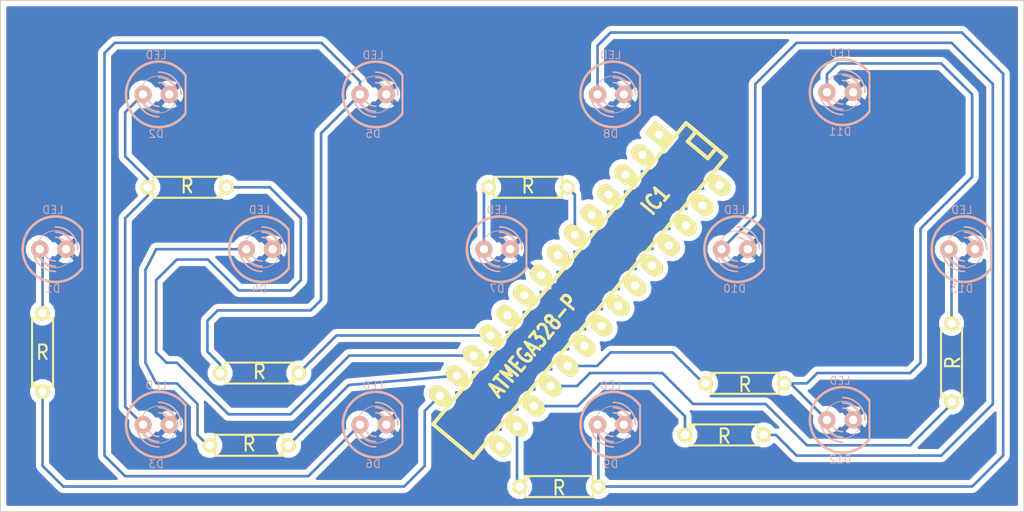
<source format=kicad_pcb>
(kicad_pcb (version 3) (host pcbnew "(25-Oct-2014 BZR 4029)-stable")

  (general
    (links 35)
    (no_connects 0)
    (area 11.919999 11.919999 111.080001 61.550001)
    (thickness 1.6)
    (drawings 4)
    (tracks 123)
    (zones 0)
    (modules 23)
    (nets 20)
  )

  (page A3)
  (layers
    (15 F.Cu signal)
    (0 B.Cu signal)
    (16 B.Adhes user)
    (17 F.Adhes user)
    (18 B.Paste user)
    (19 F.Paste user)
    (20 B.SilkS user)
    (21 F.SilkS user)
    (22 B.Mask user)
    (23 F.Mask user)
    (24 Dwgs.User user)
    (25 Cmts.User user)
    (26 Eco1.User user)
    (27 Eco2.User user)
    (28 Edge.Cuts user)
  )

  (setup
    (last_trace_width 0.254)
    (trace_clearance 0.254)
    (zone_clearance 0.508)
    (zone_45_only no)
    (trace_min 0.254)
    (segment_width 0.2)
    (edge_width 0.1)
    (via_size 0.889)
    (via_drill 0.635)
    (via_min_size 0.889)
    (via_min_drill 0.508)
    (uvia_size 0.508)
    (uvia_drill 0.127)
    (uvias_allowed no)
    (uvia_min_size 0.508)
    (uvia_min_drill 0.127)
    (pcb_text_width 0.3)
    (pcb_text_size 1.5 1.5)
    (mod_edge_width 0.15)
    (mod_text_size 1 1)
    (mod_text_width 0.15)
    (pad_size 1.5 1.5)
    (pad_drill 0.6)
    (pad_to_mask_clearance 0)
    (aux_axis_origin 0 0)
    (visible_elements FFFFFFBF)
    (pcbplotparams
      (layerselection 3178497)
      (usegerberextensions true)
      (excludeedgelayer true)
      (linewidth 0.150000)
      (plotframeref false)
      (viasonmask false)
      (mode 1)
      (useauxorigin false)
      (hpglpennumber 1)
      (hpglpenspeed 20)
      (hpglpendiameter 15)
      (hpglpenoverlay 2)
      (psnegative false)
      (psa4output false)
      (plotreference true)
      (plotvalue true)
      (plotothertext true)
      (plotinvisibletext false)
      (padsonsilk false)
      (subtractmaskfromsilk false)
      (outputformat 1)
      (mirror false)
      (drillshape 1)
      (scaleselection 1)
      (outputdirectory ""))
  )

  (net 0 "")
  (net 1 /PIN10)
  (net 2 /PIN11)
  (net 3 /PIN12)
  (net 4 /PIN13)
  (net 5 /PIN4)
  (net 6 /PIN5)
  (net 7 /PIN6)
  (net 8 /PIN7)
  (net 9 /PIN8)
  (net 10 GND)
  (net 11 N-000001)
  (net 12 N-0000010)
  (net 13 N-0000013)
  (net 14 N-0000014)
  (net 15 N-0000033)
  (net 16 N-0000035)
  (net 17 N-000004)
  (net 18 N-000006)
  (net 19 N-000009)

  (net_class Default "This is the default net class."
    (clearance 0.254)
    (trace_width 0.254)
    (via_dia 0.889)
    (via_drill 0.635)
    (uvia_dia 0.508)
    (uvia_drill 0.127)
    (add_net "")
    (add_net /PIN10)
    (add_net /PIN11)
    (add_net /PIN12)
    (add_net /PIN13)
    (add_net /PIN4)
    (add_net /PIN5)
    (add_net /PIN6)
    (add_net /PIN7)
    (add_net /PIN8)
    (add_net GND)
    (add_net N-000001)
    (add_net N-0000010)
    (add_net N-0000013)
    (add_net N-0000014)
    (add_net N-0000033)
    (add_net N-0000035)
    (add_net N-000004)
    (add_net N-000006)
    (add_net N-000009)
  )

  (module LED-5MM   locked (layer B.Cu) (tedit 50ADE86B) (tstamp 55906C8B)
    (at 17.04 36.07)
    (descr "LED 5mm - Lead pitch 100mil (2,54mm)")
    (tags "LED led 5mm 5MM 100mil 2,54mm")
    (path /5590381C)
    (fp_text reference D1 (at 0 3.81) (layer B.SilkS)
      (effects (font (size 0.762 0.762) (thickness 0.0889)) (justify mirror))
    )
    (fp_text value LED (at 0 -3.81) (layer B.SilkS)
      (effects (font (size 0.762 0.762) (thickness 0.0889)) (justify mirror))
    )
    (fp_line (start 2.8448 -1.905) (end 2.8448 1.905) (layer B.SilkS) (width 0.2032))
    (fp_circle (center 0.254 0) (end -1.016 -1.27) (layer B.SilkS) (width 0.0762))
    (fp_arc (start 0.254 0) (end 2.794 -1.905) (angle -286.2) (layer B.SilkS) (width 0.254))
    (fp_arc (start 0.254 0) (end -0.889 0) (angle -90) (layer B.SilkS) (width 0.1524))
    (fp_arc (start 0.254 0) (end 1.397 0) (angle -90) (layer B.SilkS) (width 0.1524))
    (fp_arc (start 0.254 0) (end -1.397 0) (angle -90) (layer B.SilkS) (width 0.1524))
    (fp_arc (start 0.254 0) (end 1.905 0) (angle -90) (layer B.SilkS) (width 0.1524))
    (fp_arc (start 0.254 0) (end -1.905 0) (angle -90) (layer B.SilkS) (width 0.1524))
    (fp_arc (start 0.254 0) (end 2.413 0) (angle -90) (layer B.SilkS) (width 0.1524))
    (pad 1 thru_hole circle (at -1.27 0) (size 1.6764 1.6764) (drill 0.8128)
      (layers *.Cu *.Mask B.SilkS)
      (net 17 N-000004)
    )
    (pad 2 thru_hole circle (at 1.27 0) (size 1.6764 1.6764) (drill 0.8128)
      (layers *.Cu *.Mask B.SilkS)
      (net 10 GND)
    )
    (model discret/leds/led5_vertical_verde.wrl
      (at (xyz 0 0 0))
      (scale (xyz 1 1 1))
      (rotate (xyz 0 0 0))
    )
  )

  (module DIP-28__300_ELL   locked (layer F.Cu) (tedit 200000) (tstamp 55907337)
    (at 68.04 40.07 230)
    (descr "28 pins DIL package, elliptical pads, width 300mil")
    (tags DIL)
    (path /559037C7)
    (fp_text reference IC1 (at -11.43 0 230) (layer F.SilkS)
      (effects (font (size 1.524 1.143) (thickness 0.3048)))
    )
    (fp_text value ATMEGA328-P (at 6.985 0 230) (layer F.SilkS)
      (effects (font (size 1.524 1.143) (thickness 0.3048)))
    )
    (fp_line (start -19.05 -2.54) (end 19.05 -2.54) (layer F.SilkS) (width 0.381))
    (fp_line (start 19.05 -2.54) (end 19.05 2.54) (layer F.SilkS) (width 0.381))
    (fp_line (start 19.05 2.54) (end -19.05 2.54) (layer F.SilkS) (width 0.381))
    (fp_line (start -19.05 2.54) (end -19.05 -2.54) (layer F.SilkS) (width 0.381))
    (fp_line (start -19.05 -1.27) (end -17.78 -1.27) (layer F.SilkS) (width 0.381))
    (fp_line (start -17.78 -1.27) (end -17.78 1.27) (layer F.SilkS) (width 0.381))
    (fp_line (start -17.78 1.27) (end -19.05 1.27) (layer F.SilkS) (width 0.381))
    (pad 2 thru_hole oval (at -13.97 3.81 230) (size 1.5748 2.286) (drill 0.8128)
      (layers *.Cu *.Mask F.SilkS)
    )
    (pad 3 thru_hole oval (at -11.43 3.81 230) (size 1.5748 2.286) (drill 0.8128)
      (layers *.Cu *.Mask F.SilkS)
    )
    (pad 4 thru_hole oval (at -8.89 3.81 230) (size 1.5748 2.286) (drill 0.8128)
      (layers *.Cu *.Mask F.SilkS)
    )
    (pad 5 thru_hole oval (at -6.35 3.81 230) (size 1.5748 2.286) (drill 0.8128)
      (layers *.Cu *.Mask F.SilkS)
    )
    (pad 6 thru_hole oval (at -3.81 3.81 230) (size 1.5748 2.286) (drill 0.8128)
      (layers *.Cu *.Mask F.SilkS)
      (net 5 /PIN4)
    )
    (pad 7 thru_hole oval (at -1.27 3.81 230) (size 1.5748 2.286) (drill 0.8128)
      (layers *.Cu *.Mask F.SilkS)
    )
    (pad 8 thru_hole oval (at 1.27 3.81 230) (size 1.5748 2.286) (drill 0.8128)
      (layers *.Cu *.Mask F.SilkS)
      (net 10 GND)
    )
    (pad 9 thru_hole oval (at 3.81 3.81 230) (size 1.5748 2.286) (drill 0.8128)
      (layers *.Cu *.Mask F.SilkS)
    )
    (pad 10 thru_hole oval (at 6.35 3.81 230) (size 1.5748 2.286) (drill 0.8128)
      (layers *.Cu *.Mask F.SilkS)
    )
    (pad 11 thru_hole oval (at 8.89 3.81 230) (size 1.5748 2.286) (drill 0.8128)
      (layers *.Cu *.Mask F.SilkS)
      (net 6 /PIN5)
    )
    (pad 12 thru_hole oval (at 11.43 3.81 230) (size 1.5748 2.286) (drill 0.8128)
      (layers *.Cu *.Mask F.SilkS)
      (net 7 /PIN6)
    )
    (pad 13 thru_hole oval (at 13.97 3.81 230) (size 1.5748 2.286) (drill 0.8128)
      (layers *.Cu *.Mask F.SilkS)
      (net 8 /PIN7)
    )
    (pad 14 thru_hole oval (at 16.51 3.81 230) (size 1.5748 2.286) (drill 0.8128)
      (layers *.Cu *.Mask F.SilkS)
      (net 9 /PIN8)
    )
    (pad 1 thru_hole rect (at -16.51 3.81 230) (size 1.5748 2.286) (drill 0.8128)
      (layers *.Cu *.Mask F.SilkS)
    )
    (pad 15 thru_hole oval (at 16.51 -3.81 230) (size 1.5748 2.286) (drill 0.8128)
      (layers *.Cu *.Mask F.SilkS)
    )
    (pad 16 thru_hole oval (at 13.97 -3.81 230) (size 1.5748 2.286) (drill 0.8128)
      (layers *.Cu *.Mask F.SilkS)
      (net 1 /PIN10)
    )
    (pad 17 thru_hole oval (at 11.43 -3.81 230) (size 1.5748 2.286) (drill 0.8128)
      (layers *.Cu *.Mask F.SilkS)
      (net 2 /PIN11)
    )
    (pad 18 thru_hole oval (at 8.89 -3.81 230) (size 1.5748 2.286) (drill 0.8128)
      (layers *.Cu *.Mask F.SilkS)
      (net 3 /PIN12)
    )
    (pad 19 thru_hole oval (at 6.35 -3.81 230) (size 1.5748 2.286) (drill 0.8128)
      (layers *.Cu *.Mask F.SilkS)
      (net 4 /PIN13)
    )
    (pad 20 thru_hole oval (at 3.81 -3.81 230) (size 1.5748 2.286) (drill 0.8128)
      (layers *.Cu *.Mask F.SilkS)
    )
    (pad 21 thru_hole oval (at 1.27 -3.81 230) (size 1.5748 2.286) (drill 0.8128)
      (layers *.Cu *.Mask F.SilkS)
    )
    (pad 22 thru_hole oval (at -1.27 -3.81 230) (size 1.5748 2.286) (drill 0.8128)
      (layers *.Cu *.Mask F.SilkS)
    )
    (pad 23 thru_hole oval (at -3.81 -3.81 230) (size 1.5748 2.286) (drill 0.8128)
      (layers *.Cu *.Mask F.SilkS)
    )
    (pad 24 thru_hole oval (at -6.35 -3.81 230) (size 1.5748 2.286) (drill 0.8128)
      (layers *.Cu *.Mask F.SilkS)
    )
    (pad 25 thru_hole oval (at -8.89 -3.81 230) (size 1.5748 2.286) (drill 0.8128)
      (layers *.Cu *.Mask F.SilkS)
    )
    (pad 26 thru_hole oval (at -11.43 -3.81 230) (size 1.5748 2.286) (drill 0.8128)
      (layers *.Cu *.Mask F.SilkS)
    )
    (pad 27 thru_hole oval (at -13.97 -3.81 230) (size 1.5748 2.286) (drill 0.8128)
      (layers *.Cu *.Mask F.SilkS)
    )
    (pad 28 thru_hole oval (at -16.51 -3.81 230) (size 1.5748 2.286) (drill 0.8128)
      (layers *.Cu *.Mask F.SilkS)
    )
    (model dil/dil_28-w300.wrl
      (at (xyz 0 0 0))
      (scale (xyz 1 1 1))
      (rotate (xyz 0 0 0))
    )
  )

  (module R3 (layer F.Cu) (tedit 4E4C0E65) (tstamp 55907535)
    (at 30.04 30.07 180)
    (descr "Resitance 3 pas")
    (tags R)
    (path /559052C4)
    (autoplace_cost180 10)
    (fp_text reference R2 (at 0 0.127 180) (layer F.SilkS) hide
      (effects (font (size 1.397 1.27) (thickness 0.2032)))
    )
    (fp_text value R (at 0 0.127 180) (layer F.SilkS)
      (effects (font (size 1.397 1.27) (thickness 0.2032)))
    )
    (fp_line (start -3.81 0) (end -3.302 0) (layer F.SilkS) (width 0.2032))
    (fp_line (start 3.81 0) (end 3.302 0) (layer F.SilkS) (width 0.2032))
    (fp_line (start 3.302 0) (end 3.302 -1.016) (layer F.SilkS) (width 0.2032))
    (fp_line (start 3.302 -1.016) (end -3.302 -1.016) (layer F.SilkS) (width 0.2032))
    (fp_line (start -3.302 -1.016) (end -3.302 1.016) (layer F.SilkS) (width 0.2032))
    (fp_line (start -3.302 1.016) (end 3.302 1.016) (layer F.SilkS) (width 0.2032))
    (fp_line (start 3.302 1.016) (end 3.302 0) (layer F.SilkS) (width 0.2032))
    (fp_line (start -3.302 -0.508) (end -2.794 -1.016) (layer F.SilkS) (width 0.2032))
    (pad 1 thru_hole circle (at -3.81 0 180) (size 1.397 1.397) (drill 0.8128)
      (layers *.Cu *.Mask F.SilkS)
      (net 7 /PIN6)
    )
    (pad 2 thru_hole circle (at 3.81 0 180) (size 1.397 1.397) (drill 0.8128)
      (layers *.Cu *.Mask F.SilkS)
      (net 16 N-0000035)
    )
    (model discret/resistor.wrl
      (at (xyz 0 0 0))
      (scale (xyz 0.3 0.3 0.3))
      (rotate (xyz 0 0 0))
    )
  )

  (module LED-5MM   locked (layer B.Cu) (tedit 50ADE86B) (tstamp 5590656A)
    (at 27.04 21.07)
    (descr "LED 5mm - Lead pitch 100mil (2,54mm)")
    (tags "LED led 5mm 5MM 100mil 2,54mm")
    (path /559052B8)
    (fp_text reference D2 (at 0 3.81) (layer B.SilkS)
      (effects (font (size 0.762 0.762) (thickness 0.0889)) (justify mirror))
    )
    (fp_text value LED (at 0 -3.81) (layer B.SilkS)
      (effects (font (size 0.762 0.762) (thickness 0.0889)) (justify mirror))
    )
    (fp_line (start 2.8448 -1.905) (end 2.8448 1.905) (layer B.SilkS) (width 0.2032))
    (fp_circle (center 0.254 0) (end -1.016 -1.27) (layer B.SilkS) (width 0.0762))
    (fp_arc (start 0.254 0) (end 2.794 -1.905) (angle -286.2) (layer B.SilkS) (width 0.254))
    (fp_arc (start 0.254 0) (end -0.889 0) (angle -90) (layer B.SilkS) (width 0.1524))
    (fp_arc (start 0.254 0) (end 1.397 0) (angle -90) (layer B.SilkS) (width 0.1524))
    (fp_arc (start 0.254 0) (end -1.397 0) (angle -90) (layer B.SilkS) (width 0.1524))
    (fp_arc (start 0.254 0) (end 1.905 0) (angle -90) (layer B.SilkS) (width 0.1524))
    (fp_arc (start 0.254 0) (end -1.905 0) (angle -90) (layer B.SilkS) (width 0.1524))
    (fp_arc (start 0.254 0) (end 2.413 0) (angle -90) (layer B.SilkS) (width 0.1524))
    (pad 1 thru_hole circle (at -1.27 0) (size 1.6764 1.6764) (drill 0.8128)
      (layers *.Cu *.Mask B.SilkS)
      (net 16 N-0000035)
    )
    (pad 2 thru_hole circle (at 1.27 0) (size 1.6764 1.6764) (drill 0.8128)
      (layers *.Cu *.Mask B.SilkS)
      (net 10 GND)
    )
    (model discret/leds/led5_vertical_verde.wrl
      (at (xyz 0 0 0))
      (scale (xyz 1 1 1))
      (rotate (xyz 0 0 0))
    )
  )

  (module LED-5MM   locked (layer B.Cu) (tedit 50ADE86B) (tstamp 5590655A)
    (at 27.04 53.07)
    (descr "LED 5mm - Lead pitch 100mil (2,54mm)")
    (tags "LED led 5mm 5MM 100mil 2,54mm")
    (path /559052BE)
    (fp_text reference D3 (at 0 3.81) (layer B.SilkS)
      (effects (font (size 0.762 0.762) (thickness 0.0889)) (justify mirror))
    )
    (fp_text value LED (at 0 -3.81) (layer B.SilkS)
      (effects (font (size 0.762 0.762) (thickness 0.0889)) (justify mirror))
    )
    (fp_line (start 2.8448 -1.905) (end 2.8448 1.905) (layer B.SilkS) (width 0.2032))
    (fp_circle (center 0.254 0) (end -1.016 -1.27) (layer B.SilkS) (width 0.0762))
    (fp_arc (start 0.254 0) (end 2.794 -1.905) (angle -286.2) (layer B.SilkS) (width 0.254))
    (fp_arc (start 0.254 0) (end -0.889 0) (angle -90) (layer B.SilkS) (width 0.1524))
    (fp_arc (start 0.254 0) (end 1.397 0) (angle -90) (layer B.SilkS) (width 0.1524))
    (fp_arc (start 0.254 0) (end -1.397 0) (angle -90) (layer B.SilkS) (width 0.1524))
    (fp_arc (start 0.254 0) (end 1.905 0) (angle -90) (layer B.SilkS) (width 0.1524))
    (fp_arc (start 0.254 0) (end -1.905 0) (angle -90) (layer B.SilkS) (width 0.1524))
    (fp_arc (start 0.254 0) (end 2.413 0) (angle -90) (layer B.SilkS) (width 0.1524))
    (pad 1 thru_hole circle (at -1.27 0) (size 1.6764 1.6764) (drill 0.8128)
      (layers *.Cu *.Mask B.SilkS)
      (net 16 N-0000035)
    )
    (pad 2 thru_hole circle (at 1.27 0) (size 1.6764 1.6764) (drill 0.8128)
      (layers *.Cu *.Mask B.SilkS)
      (net 10 GND)
    )
    (model discret/leds/led5_vertical_verde.wrl
      (at (xyz 0 0 0))
      (scale (xyz 1 1 1))
      (rotate (xyz 0 0 0))
    )
  )

  (module R3 (layer F.Cu) (tedit 4E4C0E65) (tstamp 5590654A)
    (at 36.04 55.07 180)
    (descr "Resitance 3 pas")
    (tags R)
    (path /55905725)
    (autoplace_cost180 10)
    (fp_text reference R3 (at 0 0.127 180) (layer F.SilkS) hide
      (effects (font (size 1.397 1.27) (thickness 0.2032)))
    )
    (fp_text value R (at 0 0.127 180) (layer F.SilkS)
      (effects (font (size 1.397 1.27) (thickness 0.2032)))
    )
    (fp_line (start -3.81 0) (end -3.302 0) (layer F.SilkS) (width 0.2032))
    (fp_line (start 3.81 0) (end 3.302 0) (layer F.SilkS) (width 0.2032))
    (fp_line (start 3.302 0) (end 3.302 -1.016) (layer F.SilkS) (width 0.2032))
    (fp_line (start 3.302 -1.016) (end -3.302 -1.016) (layer F.SilkS) (width 0.2032))
    (fp_line (start -3.302 -1.016) (end -3.302 1.016) (layer F.SilkS) (width 0.2032))
    (fp_line (start -3.302 1.016) (end 3.302 1.016) (layer F.SilkS) (width 0.2032))
    (fp_line (start 3.302 1.016) (end 3.302 0) (layer F.SilkS) (width 0.2032))
    (fp_line (start -3.302 -0.508) (end -2.794 -1.016) (layer F.SilkS) (width 0.2032))
    (pad 1 thru_hole circle (at -3.81 0 180) (size 1.397 1.397) (drill 0.8128)
      (layers *.Cu *.Mask F.SilkS)
      (net 8 /PIN7)
    )
    (pad 2 thru_hole circle (at 3.81 0 180) (size 1.397 1.397) (drill 0.8128)
      (layers *.Cu *.Mask F.SilkS)
      (net 13 N-0000013)
    )
    (model discret/resistor.wrl
      (at (xyz 0 0 0))
      (scale (xyz 0.3 0.3 0.3))
      (rotate (xyz 0 0 0))
    )
  )

  (module R3 (layer F.Cu) (tedit 4E4C0E65) (tstamp 5590653B)
    (at 104.04 47.07 90)
    (descr "Resitance 3 pas")
    (tags R)
    (path /55905952)
    (autoplace_cost180 10)
    (fp_text reference R9 (at 0 0.127 90) (layer F.SilkS) hide
      (effects (font (size 1.397 1.27) (thickness 0.2032)))
    )
    (fp_text value R (at 0 0.127 90) (layer F.SilkS)
      (effects (font (size 1.397 1.27) (thickness 0.2032)))
    )
    (fp_line (start -3.81 0) (end -3.302 0) (layer F.SilkS) (width 0.2032))
    (fp_line (start 3.81 0) (end 3.302 0) (layer F.SilkS) (width 0.2032))
    (fp_line (start 3.302 0) (end 3.302 -1.016) (layer F.SilkS) (width 0.2032))
    (fp_line (start 3.302 -1.016) (end -3.302 -1.016) (layer F.SilkS) (width 0.2032))
    (fp_line (start -3.302 -1.016) (end -3.302 1.016) (layer F.SilkS) (width 0.2032))
    (fp_line (start -3.302 1.016) (end 3.302 1.016) (layer F.SilkS) (width 0.2032))
    (fp_line (start 3.302 1.016) (end 3.302 0) (layer F.SilkS) (width 0.2032))
    (fp_line (start -3.302 -0.508) (end -2.794 -1.016) (layer F.SilkS) (width 0.2032))
    (pad 1 thru_hole circle (at -3.81 0 90) (size 1.397 1.397) (drill 0.8128)
      (layers *.Cu *.Mask F.SilkS)
      (net 3 /PIN12)
    )
    (pad 2 thru_hole circle (at 3.81 0 90) (size 1.397 1.397) (drill 0.8128)
      (layers *.Cu *.Mask F.SilkS)
      (net 11 N-000001)
    )
    (model discret/resistor.wrl
      (at (xyz 0 0 0))
      (scale (xyz 0.3 0.3 0.3))
      (rotate (xyz 0 0 0))
    )
  )

  (module R3 (layer F.Cu) (tedit 4E4C0E65) (tstamp 5590652C)
    (at 84.04 49.07)
    (descr "Resitance 3 pas")
    (tags R)
    (path /5590593D)
    (autoplace_cost180 10)
    (fp_text reference R8 (at 0 0.127) (layer F.SilkS) hide
      (effects (font (size 1.397 1.27) (thickness 0.2032)))
    )
    (fp_text value R (at 0 0.127) (layer F.SilkS)
      (effects (font (size 1.397 1.27) (thickness 0.2032)))
    )
    (fp_line (start -3.81 0) (end -3.302 0) (layer F.SilkS) (width 0.2032))
    (fp_line (start 3.81 0) (end 3.302 0) (layer F.SilkS) (width 0.2032))
    (fp_line (start 3.302 0) (end 3.302 -1.016) (layer F.SilkS) (width 0.2032))
    (fp_line (start 3.302 -1.016) (end -3.302 -1.016) (layer F.SilkS) (width 0.2032))
    (fp_line (start -3.302 -1.016) (end -3.302 1.016) (layer F.SilkS) (width 0.2032))
    (fp_line (start -3.302 1.016) (end 3.302 1.016) (layer F.SilkS) (width 0.2032))
    (fp_line (start 3.302 1.016) (end 3.302 0) (layer F.SilkS) (width 0.2032))
    (fp_line (start -3.302 -0.508) (end -2.794 -1.016) (layer F.SilkS) (width 0.2032))
    (pad 1 thru_hole circle (at -3.81 0) (size 1.397 1.397) (drill 0.8128)
      (layers *.Cu *.Mask F.SilkS)
      (net 4 /PIN13)
    )
    (pad 2 thru_hole circle (at 3.81 0) (size 1.397 1.397) (drill 0.8128)
      (layers *.Cu *.Mask F.SilkS)
      (net 12 N-0000010)
    )
    (model discret/resistor.wrl
      (at (xyz 0 0 0))
      (scale (xyz 0.3 0.3 0.3))
      (rotate (xyz 0 0 0))
    )
  )

  (module R3 (layer F.Cu) (tedit 4E4C0E65) (tstamp 55908A11)
    (at 82.04 54.07)
    (descr "Resitance 3 pas")
    (tags R)
    (path /559058CF)
    (autoplace_cost180 10)
    (fp_text reference R7 (at 0 0.127) (layer F.SilkS) hide
      (effects (font (size 1.397 1.27) (thickness 0.2032)))
    )
    (fp_text value R (at 0 0.127) (layer F.SilkS)
      (effects (font (size 1.397 1.27) (thickness 0.2032)))
    )
    (fp_line (start -3.81 0) (end -3.302 0) (layer F.SilkS) (width 0.2032))
    (fp_line (start 3.81 0) (end 3.302 0) (layer F.SilkS) (width 0.2032))
    (fp_line (start 3.302 0) (end 3.302 -1.016) (layer F.SilkS) (width 0.2032))
    (fp_line (start 3.302 -1.016) (end -3.302 -1.016) (layer F.SilkS) (width 0.2032))
    (fp_line (start -3.302 -1.016) (end -3.302 1.016) (layer F.SilkS) (width 0.2032))
    (fp_line (start -3.302 1.016) (end 3.302 1.016) (layer F.SilkS) (width 0.2032))
    (fp_line (start 3.302 1.016) (end 3.302 0) (layer F.SilkS) (width 0.2032))
    (fp_line (start -3.302 -0.508) (end -2.794 -1.016) (layer F.SilkS) (width 0.2032))
    (pad 1 thru_hole circle (at -3.81 0) (size 1.397 1.397) (drill 0.8128)
      (layers *.Cu *.Mask F.SilkS)
      (net 2 /PIN11)
    )
    (pad 2 thru_hole circle (at 3.81 0) (size 1.397 1.397) (drill 0.8128)
      (layers *.Cu *.Mask F.SilkS)
      (net 19 N-000009)
    )
    (model discret/resistor.wrl
      (at (xyz 0 0 0))
      (scale (xyz 0.3 0.3 0.3))
      (rotate (xyz 0 0 0))
    )
  )

  (module R3 (layer F.Cu) (tedit 4E4C0E65) (tstamp 5590650E)
    (at 66.04 59.07)
    (descr "Resitance 3 pas")
    (tags R)
    (path /559058A9)
    (autoplace_cost180 10)
    (fp_text reference R6 (at 0 0.127) (layer F.SilkS) hide
      (effects (font (size 1.397 1.27) (thickness 0.2032)))
    )
    (fp_text value R (at 0 0.127) (layer F.SilkS)
      (effects (font (size 1.397 1.27) (thickness 0.2032)))
    )
    (fp_line (start -3.81 0) (end -3.302 0) (layer F.SilkS) (width 0.2032))
    (fp_line (start 3.81 0) (end 3.302 0) (layer F.SilkS) (width 0.2032))
    (fp_line (start 3.302 0) (end 3.302 -1.016) (layer F.SilkS) (width 0.2032))
    (fp_line (start 3.302 -1.016) (end -3.302 -1.016) (layer F.SilkS) (width 0.2032))
    (fp_line (start -3.302 -1.016) (end -3.302 1.016) (layer F.SilkS) (width 0.2032))
    (fp_line (start -3.302 1.016) (end 3.302 1.016) (layer F.SilkS) (width 0.2032))
    (fp_line (start 3.302 1.016) (end 3.302 0) (layer F.SilkS) (width 0.2032))
    (fp_line (start -3.302 -0.508) (end -2.794 -1.016) (layer F.SilkS) (width 0.2032))
    (pad 1 thru_hole circle (at -3.81 0) (size 1.397 1.397) (drill 0.8128)
      (layers *.Cu *.Mask F.SilkS)
      (net 1 /PIN10)
    )
    (pad 2 thru_hole circle (at 3.81 0) (size 1.397 1.397) (drill 0.8128)
      (layers *.Cu *.Mask F.SilkS)
      (net 18 N-000006)
    )
    (model discret/resistor.wrl
      (at (xyz 0 0 0))
      (scale (xyz 0.3 0.3 0.3))
      (rotate (xyz 0 0 0))
    )
  )

  (module R3 (layer F.Cu) (tedit 4E4C0E65) (tstamp 55907346)
    (at 63.04 30.07 180)
    (descr "Resitance 3 pas")
    (tags R)
    (path /559057C8)
    (autoplace_cost180 10)
    (fp_text reference R5 (at 0 0.127 180) (layer F.SilkS) hide
      (effects (font (size 1.397 1.27) (thickness 0.2032)))
    )
    (fp_text value R (at 0 0.127 180) (layer F.SilkS)
      (effects (font (size 1.397 1.27) (thickness 0.2032)))
    )
    (fp_line (start -3.81 0) (end -3.302 0) (layer F.SilkS) (width 0.2032))
    (fp_line (start 3.81 0) (end 3.302 0) (layer F.SilkS) (width 0.2032))
    (fp_line (start 3.302 0) (end 3.302 -1.016) (layer F.SilkS) (width 0.2032))
    (fp_line (start 3.302 -1.016) (end -3.302 -1.016) (layer F.SilkS) (width 0.2032))
    (fp_line (start -3.302 -1.016) (end -3.302 1.016) (layer F.SilkS) (width 0.2032))
    (fp_line (start -3.302 1.016) (end 3.302 1.016) (layer F.SilkS) (width 0.2032))
    (fp_line (start 3.302 1.016) (end 3.302 0) (layer F.SilkS) (width 0.2032))
    (fp_line (start -3.302 -0.508) (end -2.794 -1.016) (layer F.SilkS) (width 0.2032))
    (pad 1 thru_hole circle (at -3.81 0 180) (size 1.397 1.397) (drill 0.8128)
      (layers *.Cu *.Mask F.SilkS)
      (net 5 /PIN4)
    )
    (pad 2 thru_hole circle (at 3.81 0 180) (size 1.397 1.397) (drill 0.8128)
      (layers *.Cu *.Mask F.SilkS)
      (net 14 N-0000014)
    )
    (model discret/resistor.wrl
      (at (xyz 0 0 0))
      (scale (xyz 0.3 0.3 0.3))
      (rotate (xyz 0 0 0))
    )
  )

  (module R3 (layer F.Cu) (tedit 4E4C0E65) (tstamp 55907355)
    (at 37.04 48.07 180)
    (descr "Resitance 3 pas")
    (tags R)
    (path /55905798)
    (autoplace_cost180 10)
    (fp_text reference R4 (at 0 0.127 180) (layer F.SilkS) hide
      (effects (font (size 1.397 1.27) (thickness 0.2032)))
    )
    (fp_text value R (at 0 0.127 180) (layer F.SilkS)
      (effects (font (size 1.397 1.27) (thickness 0.2032)))
    )
    (fp_line (start -3.81 0) (end -3.302 0) (layer F.SilkS) (width 0.2032))
    (fp_line (start 3.81 0) (end 3.302 0) (layer F.SilkS) (width 0.2032))
    (fp_line (start 3.302 0) (end 3.302 -1.016) (layer F.SilkS) (width 0.2032))
    (fp_line (start 3.302 -1.016) (end -3.302 -1.016) (layer F.SilkS) (width 0.2032))
    (fp_line (start -3.302 -1.016) (end -3.302 1.016) (layer F.SilkS) (width 0.2032))
    (fp_line (start -3.302 1.016) (end 3.302 1.016) (layer F.SilkS) (width 0.2032))
    (fp_line (start 3.302 1.016) (end 3.302 0) (layer F.SilkS) (width 0.2032))
    (fp_line (start -3.302 -0.508) (end -2.794 -1.016) (layer F.SilkS) (width 0.2032))
    (pad 1 thru_hole circle (at -3.81 0 180) (size 1.397 1.397) (drill 0.8128)
      (layers *.Cu *.Mask F.SilkS)
      (net 6 /PIN5)
    )
    (pad 2 thru_hole circle (at 3.81 0 180) (size 1.397 1.397) (drill 0.8128)
      (layers *.Cu *.Mask F.SilkS)
      (net 15 N-0000033)
    )
    (model discret/resistor.wrl
      (at (xyz 0 0 0))
      (scale (xyz 0.3 0.3 0.3))
      (rotate (xyz 0 0 0))
    )
  )

  (module LED-5MM   locked (layer B.Cu) (tedit 50ADE86B) (tstamp 559064E1)
    (at 93.25 20.86)
    (descr "LED 5mm - Lead pitch 100mil (2,54mm)")
    (tags "LED led 5mm 5MM 100mil 2,54mm")
    (path /55905931)
    (fp_text reference D11 (at 0 3.81) (layer B.SilkS)
      (effects (font (size 0.762 0.762) (thickness 0.0889)) (justify mirror))
    )
    (fp_text value LED (at 0 -3.81) (layer B.SilkS)
      (effects (font (size 0.762 0.762) (thickness 0.0889)) (justify mirror))
    )
    (fp_line (start 2.8448 -1.905) (end 2.8448 1.905) (layer B.SilkS) (width 0.2032))
    (fp_circle (center 0.254 0) (end -1.016 -1.27) (layer B.SilkS) (width 0.0762))
    (fp_arc (start 0.254 0) (end 2.794 -1.905) (angle -286.2) (layer B.SilkS) (width 0.254))
    (fp_arc (start 0.254 0) (end -0.889 0) (angle -90) (layer B.SilkS) (width 0.1524))
    (fp_arc (start 0.254 0) (end 1.397 0) (angle -90) (layer B.SilkS) (width 0.1524))
    (fp_arc (start 0.254 0) (end -1.397 0) (angle -90) (layer B.SilkS) (width 0.1524))
    (fp_arc (start 0.254 0) (end 1.905 0) (angle -90) (layer B.SilkS) (width 0.1524))
    (fp_arc (start 0.254 0) (end -1.905 0) (angle -90) (layer B.SilkS) (width 0.1524))
    (fp_arc (start 0.254 0) (end 2.413 0) (angle -90) (layer B.SilkS) (width 0.1524))
    (pad 1 thru_hole circle (at -1.27 0) (size 1.6764 1.6764) (drill 0.8128)
      (layers *.Cu *.Mask B.SilkS)
      (net 12 N-0000010)
    )
    (pad 2 thru_hole circle (at 1.27 0) (size 1.6764 1.6764) (drill 0.8128)
      (layers *.Cu *.Mask B.SilkS)
      (net 10 GND)
    )
    (model discret/leds/led5_vertical_verde.wrl
      (at (xyz 0 0 0))
      (scale (xyz 1 1 1))
      (rotate (xyz 0 0 0))
    )
  )

  (module LED-5MM   locked (layer B.Cu) (tedit 50ADE86B) (tstamp 559064D1)
    (at 48.04 53.07)
    (descr "LED 5mm - Lead pitch 100mil (2,54mm)")
    (tags "LED led 5mm 5MM 100mil 2,54mm")
    (path /55905792)
    (fp_text reference D6 (at 0 3.81) (layer B.SilkS)
      (effects (font (size 0.762 0.762) (thickness 0.0889)) (justify mirror))
    )
    (fp_text value LED (at 0 -3.81) (layer B.SilkS)
      (effects (font (size 0.762 0.762) (thickness 0.0889)) (justify mirror))
    )
    (fp_line (start 2.8448 -1.905) (end 2.8448 1.905) (layer B.SilkS) (width 0.2032))
    (fp_circle (center 0.254 0) (end -1.016 -1.27) (layer B.SilkS) (width 0.0762))
    (fp_arc (start 0.254 0) (end 2.794 -1.905) (angle -286.2) (layer B.SilkS) (width 0.254))
    (fp_arc (start 0.254 0) (end -0.889 0) (angle -90) (layer B.SilkS) (width 0.1524))
    (fp_arc (start 0.254 0) (end 1.397 0) (angle -90) (layer B.SilkS) (width 0.1524))
    (fp_arc (start 0.254 0) (end -1.397 0) (angle -90) (layer B.SilkS) (width 0.1524))
    (fp_arc (start 0.254 0) (end 1.905 0) (angle -90) (layer B.SilkS) (width 0.1524))
    (fp_arc (start 0.254 0) (end -1.905 0) (angle -90) (layer B.SilkS) (width 0.1524))
    (fp_arc (start 0.254 0) (end 2.413 0) (angle -90) (layer B.SilkS) (width 0.1524))
    (pad 1 thru_hole circle (at -1.27 0) (size 1.6764 1.6764) (drill 0.8128)
      (layers *.Cu *.Mask B.SilkS)
      (net 15 N-0000033)
    )
    (pad 2 thru_hole circle (at 1.27 0) (size 1.6764 1.6764) (drill 0.8128)
      (layers *.Cu *.Mask B.SilkS)
      (net 10 GND)
    )
    (model discret/leds/led5_vertical_verde.wrl
      (at (xyz 0 0 0))
      (scale (xyz 1 1 1))
      (rotate (xyz 0 0 0))
    )
  )

  (module LED-5MM   locked (layer B.Cu) (tedit 50ADE86B) (tstamp 559064C1)
    (at 60.04 36.07)
    (descr "LED 5mm - Lead pitch 100mil (2,54mm)")
    (tags "LED led 5mm 5MM 100mil 2,54mm")
    (path /559057C2)
    (fp_text reference D7 (at 0 3.81) (layer B.SilkS)
      (effects (font (size 0.762 0.762) (thickness 0.0889)) (justify mirror))
    )
    (fp_text value LED (at 0 -3.81) (layer B.SilkS)
      (effects (font (size 0.762 0.762) (thickness 0.0889)) (justify mirror))
    )
    (fp_line (start 2.8448 -1.905) (end 2.8448 1.905) (layer B.SilkS) (width 0.2032))
    (fp_circle (center 0.254 0) (end -1.016 -1.27) (layer B.SilkS) (width 0.0762))
    (fp_arc (start 0.254 0) (end 2.794 -1.905) (angle -286.2) (layer B.SilkS) (width 0.254))
    (fp_arc (start 0.254 0) (end -0.889 0) (angle -90) (layer B.SilkS) (width 0.1524))
    (fp_arc (start 0.254 0) (end 1.397 0) (angle -90) (layer B.SilkS) (width 0.1524))
    (fp_arc (start 0.254 0) (end -1.397 0) (angle -90) (layer B.SilkS) (width 0.1524))
    (fp_arc (start 0.254 0) (end 1.905 0) (angle -90) (layer B.SilkS) (width 0.1524))
    (fp_arc (start 0.254 0) (end -1.905 0) (angle -90) (layer B.SilkS) (width 0.1524))
    (fp_arc (start 0.254 0) (end 2.413 0) (angle -90) (layer B.SilkS) (width 0.1524))
    (pad 1 thru_hole circle (at -1.27 0) (size 1.6764 1.6764) (drill 0.8128)
      (layers *.Cu *.Mask B.SilkS)
      (net 14 N-0000014)
    )
    (pad 2 thru_hole circle (at 1.27 0) (size 1.6764 1.6764) (drill 0.8128)
      (layers *.Cu *.Mask B.SilkS)
      (net 10 GND)
    )
    (model discret/leds/led5_vertical_verde.wrl
      (at (xyz 0 0 0))
      (scale (xyz 1 1 1))
      (rotate (xyz 0 0 0))
    )
  )

  (module LED-5MM   locked (layer B.Cu) (tedit 50ADE86B) (tstamp 55907002)
    (at 93.25 52.61)
    (descr "LED 5mm - Lead pitch 100mil (2,54mm)")
    (tags "LED led 5mm 5MM 100mil 2,54mm")
    (path /55905937)
    (fp_text reference D12 (at 0 3.81) (layer B.SilkS)
      (effects (font (size 0.762 0.762) (thickness 0.0889)) (justify mirror))
    )
    (fp_text value LED (at 0 -3.81) (layer B.SilkS)
      (effects (font (size 0.762 0.762) (thickness 0.0889)) (justify mirror))
    )
    (fp_line (start 2.8448 -1.905) (end 2.8448 1.905) (layer B.SilkS) (width 0.2032))
    (fp_circle (center 0.254 0) (end -1.016 -1.27) (layer B.SilkS) (width 0.0762))
    (fp_arc (start 0.254 0) (end 2.794 -1.905) (angle -286.2) (layer B.SilkS) (width 0.254))
    (fp_arc (start 0.254 0) (end -0.889 0) (angle -90) (layer B.SilkS) (width 0.1524))
    (fp_arc (start 0.254 0) (end 1.397 0) (angle -90) (layer B.SilkS) (width 0.1524))
    (fp_arc (start 0.254 0) (end -1.397 0) (angle -90) (layer B.SilkS) (width 0.1524))
    (fp_arc (start 0.254 0) (end 1.905 0) (angle -90) (layer B.SilkS) (width 0.1524))
    (fp_arc (start 0.254 0) (end -1.905 0) (angle -90) (layer B.SilkS) (width 0.1524))
    (fp_arc (start 0.254 0) (end 2.413 0) (angle -90) (layer B.SilkS) (width 0.1524))
    (pad 1 thru_hole circle (at -1.27 0) (size 1.6764 1.6764) (drill 0.8128)
      (layers *.Cu *.Mask B.SilkS)
      (net 12 N-0000010)
    )
    (pad 2 thru_hole circle (at 1.27 0) (size 1.6764 1.6764) (drill 0.8128)
      (layers *.Cu *.Mask B.SilkS)
      (net 10 GND)
    )
    (model discret/leds/led5_vertical_verde.wrl
      (at (xyz 0 0 0))
      (scale (xyz 1 1 1))
      (rotate (xyz 0 0 0))
    )
  )

  (module LED-5MM (layer B.Cu) (tedit 50ADE86B) (tstamp 559064A1)
    (at 48.04 21.07)
    (descr "LED 5mm - Lead pitch 100mil (2,54mm)")
    (tags "LED led 5mm 5MM 100mil 2,54mm")
    (path /5590578C)
    (fp_text reference D5 (at 0 3.81) (layer B.SilkS)
      (effects (font (size 0.762 0.762) (thickness 0.0889)) (justify mirror))
    )
    (fp_text value LED (at 0 -3.81) (layer B.SilkS)
      (effects (font (size 0.762 0.762) (thickness 0.0889)) (justify mirror))
    )
    (fp_line (start 2.8448 -1.905) (end 2.8448 1.905) (layer B.SilkS) (width 0.2032))
    (fp_circle (center 0.254 0) (end -1.016 -1.27) (layer B.SilkS) (width 0.0762))
    (fp_arc (start 0.254 0) (end 2.794 -1.905) (angle -286.2) (layer B.SilkS) (width 0.254))
    (fp_arc (start 0.254 0) (end -0.889 0) (angle -90) (layer B.SilkS) (width 0.1524))
    (fp_arc (start 0.254 0) (end 1.397 0) (angle -90) (layer B.SilkS) (width 0.1524))
    (fp_arc (start 0.254 0) (end -1.397 0) (angle -90) (layer B.SilkS) (width 0.1524))
    (fp_arc (start 0.254 0) (end 1.905 0) (angle -90) (layer B.SilkS) (width 0.1524))
    (fp_arc (start 0.254 0) (end -1.905 0) (angle -90) (layer B.SilkS) (width 0.1524))
    (fp_arc (start 0.254 0) (end 2.413 0) (angle -90) (layer B.SilkS) (width 0.1524))
    (pad 1 thru_hole circle (at -1.27 0) (size 1.6764 1.6764) (drill 0.8128)
      (layers *.Cu *.Mask B.SilkS)
      (net 15 N-0000033)
    )
    (pad 2 thru_hole circle (at 1.27 0) (size 1.6764 1.6764) (drill 0.8128)
      (layers *.Cu *.Mask B.SilkS)
      (net 10 GND)
    )
    (model discret/leds/led5_vertical_verde.wrl
      (at (xyz 0 0 0))
      (scale (xyz 1 1 1))
      (rotate (xyz 0 0 0))
    )
  )

  (module LED-5MM   locked (layer B.Cu) (tedit 50ADE86B) (tstamp 55906491)
    (at 71.04 21.07)
    (descr "LED 5mm - Lead pitch 100mil (2,54mm)")
    (tags "LED led 5mm 5MM 100mil 2,54mm")
    (path /5590589D)
    (fp_text reference D8 (at 0 3.81) (layer B.SilkS)
      (effects (font (size 0.762 0.762) (thickness 0.0889)) (justify mirror))
    )
    (fp_text value LED (at 0 -3.81) (layer B.SilkS)
      (effects (font (size 0.762 0.762) (thickness 0.0889)) (justify mirror))
    )
    (fp_line (start 2.8448 -1.905) (end 2.8448 1.905) (layer B.SilkS) (width 0.2032))
    (fp_circle (center 0.254 0) (end -1.016 -1.27) (layer B.SilkS) (width 0.0762))
    (fp_arc (start 0.254 0) (end 2.794 -1.905) (angle -286.2) (layer B.SilkS) (width 0.254))
    (fp_arc (start 0.254 0) (end -0.889 0) (angle -90) (layer B.SilkS) (width 0.1524))
    (fp_arc (start 0.254 0) (end 1.397 0) (angle -90) (layer B.SilkS) (width 0.1524))
    (fp_arc (start 0.254 0) (end -1.397 0) (angle -90) (layer B.SilkS) (width 0.1524))
    (fp_arc (start 0.254 0) (end 1.905 0) (angle -90) (layer B.SilkS) (width 0.1524))
    (fp_arc (start 0.254 0) (end -1.905 0) (angle -90) (layer B.SilkS) (width 0.1524))
    (fp_arc (start 0.254 0) (end 2.413 0) (angle -90) (layer B.SilkS) (width 0.1524))
    (pad 1 thru_hole circle (at -1.27 0) (size 1.6764 1.6764) (drill 0.8128)
      (layers *.Cu *.Mask B.SilkS)
      (net 18 N-000006)
    )
    (pad 2 thru_hole circle (at 1.27 0) (size 1.6764 1.6764) (drill 0.8128)
      (layers *.Cu *.Mask B.SilkS)
      (net 10 GND)
    )
    (model discret/leds/led5_vertical_verde.wrl
      (at (xyz 0 0 0))
      (scale (xyz 1 1 1))
      (rotate (xyz 0 0 0))
    )
  )

  (module LED-5MM   locked (layer B.Cu) (tedit 50ADE86B) (tstamp 55906481)
    (at 71.04 53.07)
    (descr "LED 5mm - Lead pitch 100mil (2,54mm)")
    (tags "LED led 5mm 5MM 100mil 2,54mm")
    (path /559058A3)
    (fp_text reference D9 (at 0 3.81) (layer B.SilkS)
      (effects (font (size 0.762 0.762) (thickness 0.0889)) (justify mirror))
    )
    (fp_text value LED (at 0 -3.81) (layer B.SilkS)
      (effects (font (size 0.762 0.762) (thickness 0.0889)) (justify mirror))
    )
    (fp_line (start 2.8448 -1.905) (end 2.8448 1.905) (layer B.SilkS) (width 0.2032))
    (fp_circle (center 0.254 0) (end -1.016 -1.27) (layer B.SilkS) (width 0.0762))
    (fp_arc (start 0.254 0) (end 2.794 -1.905) (angle -286.2) (layer B.SilkS) (width 0.254))
    (fp_arc (start 0.254 0) (end -0.889 0) (angle -90) (layer B.SilkS) (width 0.1524))
    (fp_arc (start 0.254 0) (end 1.397 0) (angle -90) (layer B.SilkS) (width 0.1524))
    (fp_arc (start 0.254 0) (end -1.397 0) (angle -90) (layer B.SilkS) (width 0.1524))
    (fp_arc (start 0.254 0) (end 1.905 0) (angle -90) (layer B.SilkS) (width 0.1524))
    (fp_arc (start 0.254 0) (end -1.905 0) (angle -90) (layer B.SilkS) (width 0.1524))
    (fp_arc (start 0.254 0) (end 2.413 0) (angle -90) (layer B.SilkS) (width 0.1524))
    (pad 1 thru_hole circle (at -1.27 0) (size 1.6764 1.6764) (drill 0.8128)
      (layers *.Cu *.Mask B.SilkS)
      (net 18 N-000006)
    )
    (pad 2 thru_hole circle (at 1.27 0) (size 1.6764 1.6764) (drill 0.8128)
      (layers *.Cu *.Mask B.SilkS)
      (net 10 GND)
    )
    (model discret/leds/led5_vertical_verde.wrl
      (at (xyz 0 0 0))
      (scale (xyz 1 1 1))
      (rotate (xyz 0 0 0))
    )
  )

  (module LED-5MM (layer B.Cu) (tedit 50ADE86B) (tstamp 55906471)
    (at 37.04 36.07)
    (descr "LED 5mm - Lead pitch 100mil (2,54mm)")
    (tags "LED led 5mm 5MM 100mil 2,54mm")
    (path /5590571F)
    (fp_text reference D4 (at 0 3.81) (layer B.SilkS)
      (effects (font (size 0.762 0.762) (thickness 0.0889)) (justify mirror))
    )
    (fp_text value LED (at 0 -3.81) (layer B.SilkS)
      (effects (font (size 0.762 0.762) (thickness 0.0889)) (justify mirror))
    )
    (fp_line (start 2.8448 -1.905) (end 2.8448 1.905) (layer B.SilkS) (width 0.2032))
    (fp_circle (center 0.254 0) (end -1.016 -1.27) (layer B.SilkS) (width 0.0762))
    (fp_arc (start 0.254 0) (end 2.794 -1.905) (angle -286.2) (layer B.SilkS) (width 0.254))
    (fp_arc (start 0.254 0) (end -0.889 0) (angle -90) (layer B.SilkS) (width 0.1524))
    (fp_arc (start 0.254 0) (end 1.397 0) (angle -90) (layer B.SilkS) (width 0.1524))
    (fp_arc (start 0.254 0) (end -1.397 0) (angle -90) (layer B.SilkS) (width 0.1524))
    (fp_arc (start 0.254 0) (end 1.905 0) (angle -90) (layer B.SilkS) (width 0.1524))
    (fp_arc (start 0.254 0) (end -1.905 0) (angle -90) (layer B.SilkS) (width 0.1524))
    (fp_arc (start 0.254 0) (end 2.413 0) (angle -90) (layer B.SilkS) (width 0.1524))
    (pad 1 thru_hole circle (at -1.27 0) (size 1.6764 1.6764) (drill 0.8128)
      (layers *.Cu *.Mask B.SilkS)
      (net 13 N-0000013)
    )
    (pad 2 thru_hole circle (at 1.27 0) (size 1.6764 1.6764) (drill 0.8128)
      (layers *.Cu *.Mask B.SilkS)
      (net 10 GND)
    )
    (model discret/leds/led5_vertical_verde.wrl
      (at (xyz 0 0 0))
      (scale (xyz 1 1 1))
      (rotate (xyz 0 0 0))
    )
  )

  (module LED-5MM (layer B.Cu) (tedit 50ADE86B) (tstamp 55906CDC)
    (at 105.04 36.07)
    (descr "LED 5mm - Lead pitch 100mil (2,54mm)")
    (tags "LED led 5mm 5MM 100mil 2,54mm")
    (path /5590594C)
    (fp_text reference D13 (at 0 3.81) (layer B.SilkS)
      (effects (font (size 0.762 0.762) (thickness 0.0889)) (justify mirror))
    )
    (fp_text value LED (at 0 -3.81) (layer B.SilkS)
      (effects (font (size 0.762 0.762) (thickness 0.0889)) (justify mirror))
    )
    (fp_line (start 2.8448 -1.905) (end 2.8448 1.905) (layer B.SilkS) (width 0.2032))
    (fp_circle (center 0.254 0) (end -1.016 -1.27) (layer B.SilkS) (width 0.0762))
    (fp_arc (start 0.254 0) (end 2.794 -1.905) (angle -286.2) (layer B.SilkS) (width 0.254))
    (fp_arc (start 0.254 0) (end -0.889 0) (angle -90) (layer B.SilkS) (width 0.1524))
    (fp_arc (start 0.254 0) (end 1.397 0) (angle -90) (layer B.SilkS) (width 0.1524))
    (fp_arc (start 0.254 0) (end -1.397 0) (angle -90) (layer B.SilkS) (width 0.1524))
    (fp_arc (start 0.254 0) (end 1.905 0) (angle -90) (layer B.SilkS) (width 0.1524))
    (fp_arc (start 0.254 0) (end -1.905 0) (angle -90) (layer B.SilkS) (width 0.1524))
    (fp_arc (start 0.254 0) (end 2.413 0) (angle -90) (layer B.SilkS) (width 0.1524))
    (pad 1 thru_hole circle (at -1.27 0) (size 1.6764 1.6764) (drill 0.8128)
      (layers *.Cu *.Mask B.SilkS)
      (net 11 N-000001)
    )
    (pad 2 thru_hole circle (at 1.27 0) (size 1.6764 1.6764) (drill 0.8128)
      (layers *.Cu *.Mask B.SilkS)
      (net 10 GND)
    )
    (model discret/leds/led5_vertical_verde.wrl
      (at (xyz 0 0 0))
      (scale (xyz 1 1 1))
      (rotate (xyz 0 0 0))
    )
  )

  (module LED-5MM   locked (layer B.Cu) (tedit 50ADE86B) (tstamp 55906451)
    (at 83.04 36.07)
    (descr "LED 5mm - Lead pitch 100mil (2,54mm)")
    (tags "LED led 5mm 5MM 100mil 2,54mm")
    (path /559058C9)
    (fp_text reference D10 (at 0 3.81) (layer B.SilkS)
      (effects (font (size 0.762 0.762) (thickness 0.0889)) (justify mirror))
    )
    (fp_text value LED (at 0 -3.81) (layer B.SilkS)
      (effects (font (size 0.762 0.762) (thickness 0.0889)) (justify mirror))
    )
    (fp_line (start 2.8448 -1.905) (end 2.8448 1.905) (layer B.SilkS) (width 0.2032))
    (fp_circle (center 0.254 0) (end -1.016 -1.27) (layer B.SilkS) (width 0.0762))
    (fp_arc (start 0.254 0) (end 2.794 -1.905) (angle -286.2) (layer B.SilkS) (width 0.254))
    (fp_arc (start 0.254 0) (end -0.889 0) (angle -90) (layer B.SilkS) (width 0.1524))
    (fp_arc (start 0.254 0) (end 1.397 0) (angle -90) (layer B.SilkS) (width 0.1524))
    (fp_arc (start 0.254 0) (end -1.397 0) (angle -90) (layer B.SilkS) (width 0.1524))
    (fp_arc (start 0.254 0) (end 1.905 0) (angle -90) (layer B.SilkS) (width 0.1524))
    (fp_arc (start 0.254 0) (end -1.905 0) (angle -90) (layer B.SilkS) (width 0.1524))
    (fp_arc (start 0.254 0) (end 2.413 0) (angle -90) (layer B.SilkS) (width 0.1524))
    (pad 1 thru_hole circle (at -1.27 0) (size 1.6764 1.6764) (drill 0.8128)
      (layers *.Cu *.Mask B.SilkS)
      (net 19 N-000009)
    )
    (pad 2 thru_hole circle (at 1.27 0) (size 1.6764 1.6764) (drill 0.8128)
      (layers *.Cu *.Mask B.SilkS)
      (net 10 GND)
    )
    (model discret/leds/led5_vertical_verde.wrl
      (at (xyz 0 0 0))
      (scale (xyz 1 1 1))
      (rotate (xyz 0 0 0))
    )
  )

  (module R3 (layer F.Cu) (tedit 55906959) (tstamp 559070E6)
    (at 16.04 46.07 90)
    (descr "Resitance 3 pas")
    (tags R)
    (path /559048D3)
    (autoplace_cost180 10)
    (fp_text reference R1 (at 0 0.127 90) (layer F.SilkS) hide
      (effects (font (size 1.397 1.27) (thickness 0.2032)))
    )
    (fp_text value R (at 0 0 180) (layer F.SilkS)
      (effects (font (size 1.397 1.27) (thickness 0.2032)))
    )
    (fp_line (start -3.81 0) (end -3.302 0) (layer F.SilkS) (width 0.2032))
    (fp_line (start 3.81 0) (end 3.302 0) (layer F.SilkS) (width 0.2032))
    (fp_line (start 3.302 0) (end 3.302 -1.016) (layer F.SilkS) (width 0.2032))
    (fp_line (start 3.302 -1.016) (end -3.302 -1.016) (layer F.SilkS) (width 0.2032))
    (fp_line (start -3.302 -1.016) (end -3.302 1.016) (layer F.SilkS) (width 0.2032))
    (fp_line (start -3.302 1.016) (end 3.302 1.016) (layer F.SilkS) (width 0.2032))
    (fp_line (start 3.302 1.016) (end 3.302 0) (layer F.SilkS) (width 0.2032))
    (fp_line (start -3.302 -0.508) (end -2.794 -1.016) (layer F.SilkS) (width 0.2032))
    (pad 1 thru_hole circle (at -3.81 0 90) (size 1.397 1.397) (drill 0.8128)
      (layers *.Cu *.Mask F.SilkS)
      (net 9 /PIN8)
    )
    (pad 2 thru_hole circle (at 3.81 0 90) (size 1.397 1.397) (drill 0.8128)
      (layers *.Cu *.Mask F.SilkS)
      (net 17 N-000004)
    )
    (model discret/resistor.wrl
      (at (xyz 0 0 0))
      (scale (xyz 0.3 0.3 0.3))
      (rotate (xyz 0 0 0))
    )
  )

  (gr_line (start 11.97 61.5) (end 11.97 11.97) (angle 90) (layer Edge.Cuts) (width 0.1))
  (gr_line (start 111.03 61.5) (end 11.97 61.5) (angle 90) (layer Edge.Cuts) (width 0.1))
  (gr_line (start 111.03 11.97) (end 111.03 61.5) (angle 90) (layer Edge.Cuts) (width 0.1))
  (gr_line (start 11.97 11.97) (end 111.03 11.97) (angle 90) (layer Edge.Cuts) (width 0.1))

  (segment (start 61.978886 53.220662) (end 61.978886 58.818886) (width 0.254) (layer B.Cu) (net 1))
  (segment (start 61.978886 58.818886) (end 62.23 59.07) (width 0.254) (layer B.Cu) (net 1) (tstamp 55908471))
  (segment (start 78.23 54.07) (end 78.23 52.26) (width 0.254) (layer B.Cu) (net 2))
  (segment (start 67.835091 51.274909) (end 63.611567 51.274909) (width 0.254) (layer B.Cu) (net 2) (tstamp 55908B15))
  (segment (start 70.04 49.07) (end 67.835091 51.274909) (width 0.254) (layer B.Cu) (net 2) (tstamp 55908B11))
  (segment (start 75.04 49.07) (end 70.04 49.07) (width 0.254) (layer B.Cu) (net 2) (tstamp 55908B0E))
  (segment (start 78.23 52.26) (end 75.04 49.07) (width 0.254) (layer B.Cu) (net 2) (tstamp 55908B06))
  (segment (start 104.04 50.88) (end 104.04 51.07) (width 0.254) (layer B.Cu) (net 3))
  (segment (start 67.780844 49.329156) (end 65.244247 49.329156) (width 0.254) (layer B.Cu) (net 3) (tstamp 55908A4C))
  (segment (start 69.04 48.07) (end 67.780844 49.329156) (width 0.254) (layer B.Cu) (net 3) (tstamp 55908A48))
  (segment (start 76.04 48.07) (end 69.04 48.07) (width 0.254) (layer B.Cu) (net 3) (tstamp 55908A40))
  (segment (start 79.04 51.07) (end 76.04 48.07) (width 0.254) (layer B.Cu) (net 3) (tstamp 55908A3D))
  (segment (start 86.04 51.07) (end 79.04 51.07) (width 0.254) (layer B.Cu) (net 3) (tstamp 55908A3A))
  (segment (start 90.04 55.07) (end 86.04 51.07) (width 0.254) (layer B.Cu) (net 3) (tstamp 55908A35))
  (segment (start 100.04 55.07) (end 90.04 55.07) (width 0.254) (layer B.Cu) (net 3) (tstamp 55908A2E))
  (segment (start 104.04 51.07) (end 100.04 55.07) (width 0.254) (layer B.Cu) (net 3) (tstamp 55908A2A))
  (segment (start 80.23 49.07) (end 80.04 49.07) (width 0.254) (layer B.Cu) (net 4))
  (segment (start 69.726597 47.383403) (end 66.876928 47.383403) (width 0.254) (layer B.Cu) (net 4) (tstamp 55908A5E))
  (segment (start 71.04 46.07) (end 69.726597 47.383403) (width 0.254) (layer B.Cu) (net 4) (tstamp 55908A5D))
  (segment (start 77.04 46.07) (end 71.04 46.07) (width 0.254) (layer B.Cu) (net 4) (tstamp 55908A5A))
  (segment (start 80.04 49.07) (end 77.04 46.07) (width 0.254) (layer B.Cu) (net 4) (tstamp 55908A58))
  (segment (start 67.570391 34.70235) (end 67.570391 30.790391) (width 0.254) (layer B.Cu) (net 5))
  (segment (start 67.570391 30.790391) (end 66.85 30.07) (width 0.254) (layer B.Cu) (net 5) (tstamp 559081AF))
  (segment (start 59.406989 44.431114) (end 44.488886 44.431114) (width 0.254) (layer B.Cu) (net 6))
  (segment (start 44.488886 44.431114) (end 40.85 48.07) (width 0.254) (layer B.Cu) (net 6) (tstamp 55907C68))
  (segment (start 34.04 52.07) (end 40.04 52.07) (width 0.254) (layer B.Cu) (net 7))
  (segment (start 33.85 30.07) (end 38.04 30.07) (width 0.254) (layer B.Cu) (net 7) (tstamp 55907BE8))
  (segment (start 41.04 33.07) (end 38.04 30.07) (width 0.254) (layer B.Cu) (net 7) (tstamp 55907BE5))
  (segment (start 41.04 39.07) (end 41.04 33.07) (width 0.254) (layer B.Cu) (net 7) (tstamp 55907BE3))
  (segment (start 40.04 40.07) (end 41.04 39.07) (width 0.254) (layer B.Cu) (net 7) (tstamp 55907BE0))
  (segment (start 35.04 40.07) (end 40.04 40.07) (width 0.254) (layer B.Cu) (net 7) (tstamp 55907BDE))
  (segment (start 32.04 37.07) (end 35.04 40.07) (width 0.254) (layer B.Cu) (net 7) (tstamp 55907BDA))
  (segment (start 29.04 37.07) (end 32.04 37.07) (width 0.254) (layer B.Cu) (net 7) (tstamp 55907BD8))
  (segment (start 27.04 39.07) (end 29.04 37.07) (width 0.254) (layer B.Cu) (net 7) (tstamp 55907BD5))
  (segment (start 27.04 46.07) (end 27.04 39.07) (width 0.254) (layer B.Cu) (net 7) (tstamp 55907BD2))
  (segment (start 28.04 47.07) (end 27.04 46.07) (width 0.254) (layer B.Cu) (net 7) (tstamp 55907BCD))
  (segment (start 29.04 47.07) (end 28.04 47.07) (width 0.254) (layer B.Cu) (net 7) (tstamp 55907BC7))
  (segment (start 34.04 52.07) (end 29.04 47.07) (width 0.254) (layer B.Cu) (net 7) (tstamp 55907BC1))
  (segment (start 45.733133 46.376867) (end 40.04 52.07) (width 0.254) (layer B.Cu) (net 7) (tstamp 55907BBA))
  (segment (start 45.733133 46.376867) (end 57.774308 46.376867) (width 0.254) (layer B.Cu) (net 7))
  (segment (start 34.156867 30.376867) (end 33.85 30.07) (width 0.254) (layer B.Cu) (net 7) (tstamp 55907416) (status 30))
  (segment (start 56.141628 48.32262) (end 45.69238 49.22762) (width 0.254) (layer B.Cu) (net 8))
  (segment (start 42.04 52.88) (end 39.85 55.07) (width 0.254) (layer B.Cu) (net 8) (tstamp 55907B4A))
  (segment (start 41.945 52.975) (end 42.04 52.88) (width 0.254) (layer B.Cu) (net 8) (tstamp 55907B46))
  (segment (start 45.69238 49.22762) (end 41.945 52.975) (width 0.254) (layer B.Cu) (net 8) (tstamp 55907B42))
  (segment (start 16.04 49.88) (end 16.04 57.07) (width 0.254) (layer B.Cu) (net 9))
  (segment (start 53.04 51.73732) (end 54.508947 50.268373) (width 0.254) (layer B.Cu) (net 9) (tstamp 55907371))
  (segment (start 53.04 57.07) (end 53.04 51.73732) (width 0.254) (layer B.Cu) (net 9) (tstamp 5590736F))
  (segment (start 51.04 59.07) (end 53.04 57.07) (width 0.254) (layer B.Cu) (net 9) (tstamp 5590736D))
  (segment (start 18.04 59.07) (end 51.04 59.07) (width 0.254) (layer B.Cu) (net 9) (tstamp 5590736B))
  (segment (start 16.04 57.07) (end 18.04 59.07) (width 0.254) (layer B.Cu) (net 9) (tstamp 55907369))
  (segment (start 104.04 43.26) (end 104.04 36.34) (width 0.254) (layer B.Cu) (net 11))
  (segment (start 104.04 36.34) (end 103.77 36.07) (width 0.254) (layer B.Cu) (net 11) (tstamp 55908518))
  (segment (start 87.85 49.07) (end 90.04 49.07) (width 0.254) (layer B.Cu) (net 12))
  (segment (start 91.98 19.13) (end 91.98 20.86) (width 0.254) (layer B.Cu) (net 12) (tstamp 55908631))
  (segment (start 93.04 18.07) (end 91.98 19.13) (width 0.254) (layer B.Cu) (net 12) (tstamp 5590862E))
  (segment (start 103.04 18.07) (end 93.04 18.07) (width 0.254) (layer B.Cu) (net 12) (tstamp 5590862B))
  (segment (start 106.04 21.07) (end 103.04 18.07) (width 0.254) (layer B.Cu) (net 12) (tstamp 55908628))
  (segment (start 106.04 29.07) (end 106.04 21.07) (width 0.254) (layer B.Cu) (net 12) (tstamp 55908623))
  (segment (start 101.04 34.07) (end 106.04 29.07) (width 0.254) (layer B.Cu) (net 12) (tstamp 5590861B))
  (segment (start 101.04 47.07) (end 101.04 34.07) (width 0.254) (layer B.Cu) (net 12) (tstamp 55908617))
  (segment (start 100.04 48.07) (end 101.04 47.07) (width 0.254) (layer B.Cu) (net 12) (tstamp 55908614))
  (segment (start 91.04 48.07) (end 100.04 48.07) (width 0.254) (layer B.Cu) (net 12) (tstamp 5590860E))
  (segment (start 90.04 49.07) (end 91.04 48.07) (width 0.254) (layer B.Cu) (net 12) (tstamp 5590860A))
  (segment (start 87.85 49.07) (end 88.44 49.07) (width 0.254) (layer B.Cu) (net 12))
  (segment (start 88.44 49.07) (end 91.98 52.61) (width 0.254) (layer B.Cu) (net 12) (tstamp 559085F6))
  (segment (start 32.23 55.07) (end 32.04 55.07) (width 0.254) (layer B.Cu) (net 13))
  (segment (start 27.04 36.07) (end 35.77 36.07) (width 0.254) (layer B.Cu) (net 13) (tstamp 55907B93))
  (segment (start 26 38.07) (end 27.04 36.07) (width 0.254) (layer B.Cu) (net 13) (tstamp 55907B91))
  (segment (start 26 47.07) (end 26 38.07) (width 0.254) (layer B.Cu) (net 13) (tstamp 55907B8F))
  (segment (start 27.04 49.07) (end 26 47.07) (width 0.254) (layer B.Cu) (net 13) (tstamp 55907B8D))
  (segment (start 29.04 49.07) (end 27.04 49.07) (width 0.254) (layer B.Cu) (net 13) (tstamp 55907B8B))
  (segment (start 31.04 51.07) (end 29.04 49.07) (width 0.254) (layer B.Cu) (net 13) (tstamp 55907B88))
  (segment (start 31.04 54.07) (end 31.04 51.07) (width 0.254) (layer B.Cu) (net 13) (tstamp 55907B87))
  (segment (start 32.04 55.07) (end 31.04 54.07) (width 0.254) (layer B.Cu) (net 13) (tstamp 55907B85))
  (segment (start 58.77 36.07) (end 58.77 30.53) (width 0.254) (layer B.Cu) (net 14))
  (segment (start 58.77 30.53) (end 59.23 30.07) (width 0.254) (layer B.Cu) (net 14) (tstamp 559081A6))
  (segment (start 33.23 48.07) (end 33.23 47.23) (width 0.254) (layer B.Cu) (net 15))
  (segment (start 43 24.84) (end 46.77 21.07) (width 0.254) (layer B.Cu) (net 15) (tstamp 55909D45))
  (segment (start 43 41) (end 43 24.84) (width 0.254) (layer B.Cu) (net 15) (tstamp 55909D41))
  (segment (start 42 42) (end 43 41) (width 0.254) (layer B.Cu) (net 15) (tstamp 55909D3E))
  (segment (start 33 42) (end 42 42) (width 0.254) (layer B.Cu) (net 15) (tstamp 55909D39))
  (segment (start 32 43) (end 33 42) (width 0.254) (layer B.Cu) (net 15) (tstamp 55909D37))
  (segment (start 32 46) (end 32 43) (width 0.254) (layer B.Cu) (net 15) (tstamp 55909D33))
  (segment (start 33.23 47.23) (end 32 46) (width 0.254) (layer B.Cu) (net 15) (tstamp 55909D30))
  (segment (start 46.77 21.07) (end 46.77 19.8) (width 0.254) (layer B.Cu) (net 15))
  (segment (start 41.77 58.07) (end 46.77 53.07) (width 0.254) (layer B.Cu) (net 15) (tstamp 559075FA))
  (segment (start 24.04 58.07) (end 41.77 58.07) (width 0.254) (layer B.Cu) (net 15) (tstamp 559075F7))
  (segment (start 22.04 56.07) (end 24.04 58.07) (width 0.254) (layer B.Cu) (net 15) (tstamp 559075F3))
  (segment (start 22.04 17.07) (end 22.04 56.07) (width 0.254) (layer B.Cu) (net 15) (tstamp 559075EB))
  (segment (start 23.04 16.07) (end 22.04 17.07) (width 0.254) (layer B.Cu) (net 15) (tstamp 559075E9))
  (segment (start 43.04 16.07) (end 23.04 16.07) (width 0.254) (layer B.Cu) (net 15) (tstamp 559075E7))
  (segment (start 46.77 19.8) (end 43.04 16.07) (width 0.254) (layer B.Cu) (net 15) (tstamp 559075DF))
  (segment (start 46.23 21.61) (end 46.77 21.07) (width 0.254) (layer B.Cu) (net 15) (tstamp 559075D2))
  (segment (start 26.23 30.07) (end 26.23 30.88) (width 0.254) (layer B.Cu) (net 16))
  (segment (start 24.04 51.34) (end 25.77 53.07) (width 0.254) (layer B.Cu) (net 16) (tstamp 5590766D))
  (segment (start 24.04 33.07) (end 24.04 51.34) (width 0.254) (layer B.Cu) (net 16) (tstamp 5590766A))
  (segment (start 26.23 30.88) (end 24.04 33.07) (width 0.254) (layer B.Cu) (net 16) (tstamp 55907668))
  (segment (start 26.23 30.07) (end 26.23 29.26) (width 0.254) (layer B.Cu) (net 16))
  (segment (start 24.04 22.8) (end 25.77 21.07) (width 0.254) (layer B.Cu) (net 16) (tstamp 55907664))
  (segment (start 24.04 27.07) (end 24.04 22.8) (width 0.254) (layer B.Cu) (net 16) (tstamp 55907661))
  (segment (start 26.23 29.26) (end 24.04 27.07) (width 0.254) (layer B.Cu) (net 16) (tstamp 55907660))
  (segment (start 16.04 36.34) (end 15.77 36.07) (width 0.254) (layer B.Cu) (net 17) (tstamp 55907356))
  (segment (start 16.04 42.26) (end 16.04 36.34) (width 0.254) (layer B.Cu) (net 17))
  (segment (start 69.85 59.07) (end 69.85 53.15) (width 0.254) (layer B.Cu) (net 18))
  (segment (start 69.85 53.15) (end 69.77 53.07) (width 0.254) (layer B.Cu) (net 18) (tstamp 559084A1))
  (segment (start 69.85 59.07) (end 106.04 59.07) (width 0.254) (layer B.Cu) (net 18))
  (segment (start 69.77 16.34) (end 69.77 21.07) (width 0.254) (layer B.Cu) (net 18) (tstamp 5590848C))
  (segment (start 71.04 15.07) (end 69.77 16.34) (width 0.254) (layer B.Cu) (net 18) (tstamp 5590848B))
  (segment (start 105.04 15.07) (end 71.04 15.07) (width 0.254) (layer B.Cu) (net 18) (tstamp 55908486))
  (segment (start 109.04 19.07) (end 105.04 15.07) (width 0.254) (layer B.Cu) (net 18) (tstamp 55908480))
  (segment (start 109.04 56.07) (end 109.04 19.07) (width 0.254) (layer B.Cu) (net 18) (tstamp 55908476))
  (segment (start 106.04 59.07) (end 109.04 56.07) (width 0.254) (layer B.Cu) (net 18) (tstamp 55908474))
  (segment (start 85.85 54.07) (end 87.04 54.07) (width 0.254) (layer B.Cu) (net 19))
  (segment (start 85.04 32.8) (end 81.77 36.07) (width 0.254) (layer B.Cu) (net 19) (tstamp 55908ADF))
  (segment (start 85.04 20.07) (end 85.04 32.8) (width 0.254) (layer B.Cu) (net 19) (tstamp 55908ADC))
  (segment (start 89.04 16.07) (end 85.04 20.07) (width 0.254) (layer B.Cu) (net 19) (tstamp 55908ADA))
  (segment (start 104.04 16.07) (end 89.04 16.07) (width 0.254) (layer B.Cu) (net 19) (tstamp 55908AD6))
  (segment (start 108.04 20.07) (end 104.04 16.07) (width 0.254) (layer B.Cu) (net 19) (tstamp 55908AD3))
  (segment (start 108.04 51.07) (end 108.04 20.07) (width 0.254) (layer B.Cu) (net 19) (tstamp 55908ABC))
  (segment (start 103.04 56.07) (end 108.04 51.07) (width 0.254) (layer B.Cu) (net 19) (tstamp 55908ABA))
  (segment (start 89.04 56.07) (end 103.04 56.07) (width 0.254) (layer B.Cu) (net 19) (tstamp 55908AB4))
  (segment (start 87.04 54.07) (end 89.04 56.07) (width 0.254) (layer B.Cu) (net 19) (tstamp 55908AB0))

  (zone (net 10) (net_name GND) (layer B.Cu) (tstamp 559088C1) (hatch edge 0.508)
    (connect_pads (clearance 0.508))
    (min_thickness 0.254)
    (fill (arc_segments 16) (thermal_gap 0.508) (thermal_bridge_width 0.508))
    (polygon
      (pts
        (xy 111.04 61.07) (xy 12.04 61.07) (xy 12.04 12.07) (xy 111.04 12.07)
      )
    )
    (filled_polygon
      (pts
        (xy 110.345 60.815) (xy 109.802 60.815) (xy 109.802 56.07) (xy 109.802 19.07) (xy 109.743996 18.778395)
        (xy 109.578815 18.531185) (xy 109.578815 18.531184) (xy 105.578815 14.531185) (xy 105.331605 14.366004) (xy 105.04 14.308)
        (xy 71.04 14.308) (xy 70.748395 14.366004) (xy 70.501184 14.531185) (xy 69.231185 15.801185) (xy 69.066004 16.048395)
        (xy 69.008 16.34) (xy 69.008 19.790848) (xy 68.93659 19.820354) (xy 68.521811 20.23441) (xy 68.297057 20.775677)
        (xy 68.296546 21.361752) (xy 68.520354 21.90341) (xy 68.93441 22.318189) (xy 69.475677 22.542943) (xy 70.061752 22.543454)
        (xy 70.60341 22.319646) (xy 71.018189 21.90559) (xy 71.04044 21.852003) (xy 71.274588 21.925807) (xy 72.130395 21.07)
        (xy 71.274588 20.214193) (xy 71.040835 20.287872) (xy 71.019646 20.23659) (xy 70.60559 19.821811) (xy 70.532 19.791253)
        (xy 70.532 16.65563) (xy 71.35563 15.832) (xy 88.200369 15.832) (xy 84.501185 19.531185) (xy 84.336004 19.778395)
        (xy 84.278 20.07) (xy 84.278 32.484369) (xy 82.135681 34.626687) (xy 82.064323 34.597057) (xy 81.478248 34.596546)
        (xy 80.93659 34.820354) (xy 80.521811 35.23441) (xy 80.297057 35.775677) (xy 80.296546 36.361752) (xy 80.520354 36.90341)
        (xy 80.93441 37.318189) (xy 81.475677 37.542943) (xy 82.061752 37.543454) (xy 82.60341 37.319646) (xy 83.018189 36.90559)
        (xy 83.04044 36.852003) (xy 83.274588 36.925807) (xy 84.130395 36.07) (xy 84.116252 36.055857) (xy 84.295857 35.876252)
        (xy 84.31 35.890395) (xy 85.165807 35.034588) (xy 85.086982 34.78451) (xy 84.535903 34.585024) (xy 84.322935 34.594695)
        (xy 85.578815 33.338816) (xy 85.578815 33.338815) (xy 85.743996 33.091605) (xy 85.801999 32.8) (xy 85.802 32.8)
        (xy 85.802 20.38563) (xy 89.35563 16.832) (xy 103.724369 16.832) (xy 107.278 20.38563) (xy 107.278 34.922392)
        (xy 107.165806 35.034585) (xy 107.086982 34.78451) (xy 106.802 34.681348) (xy 106.802 29.07) (xy 106.802 21.07)
        (xy 106.743996 20.778395) (xy 106.578815 20.531185) (xy 106.578815 20.531184) (xy 103.578815 17.531185) (xy 103.331605 17.366004)
        (xy 103.04 17.308) (xy 93.04 17.308) (xy 92.748395 17.366004) (xy 92.501184 17.531185) (xy 91.441185 18.591185)
        (xy 91.276004 18.838395) (xy 91.218 19.13) (xy 91.218 19.580848) (xy 91.14659 19.610354) (xy 90.731811 20.02441)
        (xy 90.507057 20.565677) (xy 90.506546 21.151752) (xy 90.730354 21.69341) (xy 91.14441 22.108189) (xy 91.685677 22.332943)
        (xy 92.271752 22.333454) (xy 92.81341 22.109646) (xy 93.228189 21.69559) (xy 93.25044 21.642003) (xy 93.484588 21.715807)
        (xy 94.340395 20.86) (xy 93.484588 20.004193) (xy 93.250835 20.077872) (xy 93.229646 20.02659) (xy 92.81559 19.611811)
        (xy 92.742 19.581253) (xy 92.742 19.44563) (xy 93.35563 18.832) (xy 102.724369 18.832) (xy 105.278 21.38563)
        (xy 105.278 28.754369) (xy 100.501185 33.531185) (xy 100.336004 33.778395) (xy 100.278 34.07) (xy 100.278 46.754369)
        (xy 99.724369 47.308) (xy 96.004976 47.308) (xy 96.004976 21.085903) (xy 95.978388 20.500432) (xy 95.80549 20.083018)
        (xy 95.555412 20.004193) (xy 95.375807 20.183798) (xy 95.375807 19.824588) (xy 95.296982 19.57451) (xy 94.745903 19.375024)
        (xy 94.160432 19.401612) (xy 93.743018 19.57451) (xy 93.664193 19.824588) (xy 94.52 20.680395) (xy 95.375807 19.824588)
        (xy 95.375807 20.183798) (xy 94.699605 20.86) (xy 95.555412 21.715807) (xy 95.80549 21.636982) (xy 96.004976 21.085903)
        (xy 96.004976 47.308) (xy 95.375807 47.308) (xy 95.375807 21.895412) (xy 94.52 21.039605) (xy 93.664193 21.895412)
        (xy 93.743018 22.14549) (xy 94.294097 22.344976) (xy 94.879568 22.318388) (xy 95.296982 22.14549) (xy 95.375807 21.895412)
        (xy 95.375807 47.308) (xy 91.04 47.308) (xy 90.748395 47.366004) (xy 90.501184 47.531185) (xy 89.724369 48.308)
        (xy 88.973538 48.308) (xy 88.606353 47.940174) (xy 88.116413 47.736733) (xy 87.585914 47.73627) (xy 87.09562 47.938855)
        (xy 86.720174 48.313647) (xy 86.516733 48.803587) (xy 86.51627 49.334086) (xy 86.718855 49.82438) (xy 87.093647 50.199826)
        (xy 87.583587 50.403267) (xy 88.114086 50.40373) (xy 88.525929 50.233559) (xy 90.536687 52.244317) (xy 90.507057 52.315677)
        (xy 90.506546 52.901752) (xy 90.730354 53.44341) (xy 91.14441 53.858189) (xy 91.685677 54.082943) (xy 92.271752 54.083454)
        (xy 92.81341 53.859646) (xy 93.228189 53.44559) (xy 93.25044 53.392003) (xy 93.484588 53.465807) (xy 94.340395 52.61)
        (xy 93.484588 51.754193) (xy 93.250835 51.827872) (xy 93.229646 51.77659) (xy 92.81559 51.361811) (xy 92.274323 51.137057)
        (xy 91.688248 51.136546) (xy 91.614604 51.166974) (xy 90.239872 49.792242) (xy 90.331604 49.773996) (xy 90.331605 49.773996)
        (xy 90.578815 49.608815) (xy 91.35563 48.832) (xy 100.04 48.832) (xy 100.04 48.831999) (xy 100.331604 48.773996)
        (xy 100.331605 48.773996) (xy 100.578815 48.608815) (xy 101.578815 47.608816) (xy 101.578815 47.608815) (xy 101.743996 47.361605)
        (xy 101.801999 47.07) (xy 101.802 47.07) (xy 101.802 34.38563) (xy 106.578815 29.608816) (xy 106.578815 29.608815)
        (xy 106.743996 29.361605) (xy 106.801999 29.070001) (xy 106.802 29.07) (xy 106.802 34.681348) (xy 106.535903 34.585024)
        (xy 105.950432 34.611612) (xy 105.533018 34.78451) (xy 105.454193 35.034588) (xy 106.31 35.890395) (xy 106.324142 35.876252)
        (xy 106.503747 36.055857) (xy 106.489605 36.07) (xy 106.503747 36.084142) (xy 106.324142 36.263747) (xy 106.31 36.249605)
        (xy 106.130395 36.42921) (xy 106.130395 36.07) (xy 105.274588 35.214193) (xy 105.040835 35.287872) (xy 105.019646 35.23659)
        (xy 104.60559 34.821811) (xy 104.064323 34.597057) (xy 103.478248 34.596546) (xy 102.93659 34.820354) (xy 102.521811 35.23441)
        (xy 102.297057 35.775677) (xy 102.296546 36.361752) (xy 102.520354 36.90341) (xy 102.93441 37.318189) (xy 103.278 37.46086)
        (xy 103.278 42.136461) (xy 102.910174 42.503647) (xy 102.706733 42.993587) (xy 102.70627 43.524086) (xy 102.908855 44.01438)
        (xy 103.283647 44.389826) (xy 103.773587 44.593267) (xy 104.304086 44.59373) (xy 104.79438 44.391145) (xy 105.169826 44.016353)
        (xy 105.373267 43.526413) (xy 105.37373 42.995914) (xy 105.171145 42.50562) (xy 104.802 42.13583) (xy 104.802 37.121402)
        (xy 105.018189 36.90559) (xy 105.04044 36.852003) (xy 105.274588 36.925807) (xy 106.130395 36.07) (xy 106.130395 36.42921)
        (xy 105.454193 37.105412) (xy 105.533018 37.35549) (xy 106.084097 37.554976) (xy 106.669568 37.528388) (xy 107.086982 37.35549)
        (xy 107.165806 37.105414) (xy 107.165807 37.105415) (xy 107.278 37.217608) (xy 107.278 50.754369) (xy 107.165807 50.866562)
        (xy 102.724369 55.308) (xy 100.87963 55.308) (xy 103.974188 52.213442) (xy 104.304086 52.21373) (xy 104.79438 52.011145)
        (xy 105.169826 51.636353) (xy 105.373267 51.146413) (xy 105.37373 50.615914) (xy 105.171145 50.12562) (xy 104.796353 49.750174)
        (xy 104.306413 49.546733) (xy 103.775914 49.54627) (xy 103.28562 49.748855) (xy 102.910174 50.123647) (xy 102.706733 50.613587)
        (xy 102.70627 51.144086) (xy 102.759487 51.272881) (xy 99.724369 54.308) (xy 96.004976 54.308) (xy 96.004976 52.835903)
        (xy 95.978388 52.250432) (xy 95.80549 51.833018) (xy 95.555412 51.754193) (xy 95.375807 51.933798) (xy 95.375807 51.574588)
        (xy 95.296982 51.32451) (xy 94.745903 51.125024) (xy 94.160432 51.151612) (xy 93.743018 51.32451) (xy 93.664193 51.574588)
        (xy 94.52 52.430395) (xy 95.375807 51.574588) (xy 95.375807 51.933798) (xy 94.699605 52.61) (xy 95.555412 53.465807)
        (xy 95.80549 53.386982) (xy 96.004976 52.835903) (xy 96.004976 54.308) (xy 95.375807 54.308) (xy 95.375807 53.645412)
        (xy 94.52 52.789605) (xy 93.664193 53.645412) (xy 93.743018 53.89549) (xy 94.294097 54.094976) (xy 94.879568 54.068388)
        (xy 95.296982 53.89549) (xy 95.375807 53.645412) (xy 95.375807 54.308) (xy 90.35563 54.308) (xy 86.578815 50.531185)
        (xy 86.331605 50.366004) (xy 86.04 50.308) (xy 85.794976 50.308) (xy 85.794976 36.295903) (xy 85.768388 35.710432)
        (xy 85.59549 35.293018) (xy 85.345412 35.214193) (xy 84.489605 36.07) (xy 85.345412 36.925807) (xy 85.59549 36.846982)
        (xy 85.794976 36.295903) (xy 85.794976 50.308) (xy 85.165807 50.308) (xy 85.165807 37.105412) (xy 84.31 36.249605)
        (xy 83.454193 37.105412) (xy 83.533018 37.35549) (xy 84.084097 37.554976) (xy 84.669568 37.528388) (xy 85.086982 37.35549)
        (xy 85.165807 37.105412) (xy 85.165807 50.308) (xy 80.72577 50.308) (xy 80.98438 50.201145) (xy 81.359826 49.826353)
        (xy 81.563267 49.336413) (xy 81.56373 48.805914) (xy 81.361145 48.31562) (xy 80.986353 47.940174) (xy 80.496413 47.736733)
        (xy 79.965914 47.73627) (xy 79.837118 47.789487) (xy 77.578815 45.531185) (xy 77.331605 45.366004) (xy 77.04 45.308)
        (xy 71.04 45.308) (xy 70.748395 45.366004) (xy 70.501184 45.531185) (xy 70.195916 45.836452) (xy 70.225685 45.564645)
        (xy 70.092606 45.108075) (xy 70.565348 45.15985) (xy 71.098168 45.004546) (xy 71.530999 44.657163) (xy 71.797944 44.170586)
        (xy 71.858365 43.618892) (xy 71.725286 43.162322) (xy 72.198029 43.214097) (xy 72.730849 43.058793) (xy 73.16368 42.71141)
        (xy 73.430625 42.224833) (xy 73.491046 41.673139) (xy 73.357967 41.216569) (xy 73.830709 41.268344) (xy 74.363529 41.11304)
        (xy 74.79636 40.765657) (xy 75.063305 40.27908) (xy 75.123726 39.727386) (xy 74.990647 39.270817) (xy 75.46339 39.322592)
        (xy 75.99621 39.167288) (xy 76.429041 38.819905) (xy 76.695986 38.333328) (xy 76.756407 37.781634) (xy 76.623328 37.325064)
        (xy 77.09607 37.376839) (xy 77.62889 37.221535) (xy 78.061721 36.874152) (xy 78.328666 36.387575) (xy 78.389087 35.835881)
        (xy 78.256008 35.379311) (xy 78.728751 35.431086) (xy 79.261571 35.275782) (xy 79.694402 34.928399) (xy 79.961347 34.441822)
        (xy 80.021768 33.890128) (xy 79.888689 33.433558) (xy 80.361431 33.485333) (xy 80.894251 33.330029) (xy 81.327082 32.982646)
        (xy 81.594027 32.496069) (xy 81.654448 31.944375) (xy 81.521369 31.487805) (xy 81.994112 31.53958) (xy 82.526932 31.384276)
        (xy 82.959763 31.036893) (xy 83.226708 30.550316) (xy 83.287129 29.998622) (xy 83.131825 29.465801) (xy 82.784442 29.032971)
        (xy 82.186265 28.53104) (xy 81.699688 28.264095) (xy 81.147994 28.203674) (xy 80.615173 28.358978) (xy 80.182342 28.706361)
        (xy 79.915397 29.192938) (xy 79.854976 29.744632) (xy 79.988054 30.201201) (xy 79.515313 30.149427) (xy 78.982492 30.304731)
        (xy 78.549661 30.652114) (xy 78.282716 31.138691) (xy 78.222295 31.690385) (xy 78.355373 32.146954) (xy 77.882633 32.09518)
        (xy 77.759045 32.131202) (xy 77.759045 25.176154) (xy 77.737247 24.924478) (xy 77.620796 24.700301) (xy 77.427421 24.537752)
        (xy 75.676243 23.068339) (xy 75.435383 22.992164) (xy 75.183706 23.013963) (xy 74.95953 23.130413) (xy 74.79698 23.323788)
        (xy 73.794976 24.517929) (xy 73.794976 21.295903) (xy 73.768388 20.710432) (xy 73.59549 20.293018) (xy 73.345412 20.214193)
        (xy 73.165807 20.393798) (xy 73.165807 20.034588) (xy 73.086982 19.78451) (xy 72.535903 19.585024) (xy 71.950432 19.611612)
        (xy 71.533018 19.78451) (xy 71.454193 20.034588) (xy 72.31 20.890395) (xy 73.165807 20.034588) (xy 73.165807 20.393798)
        (xy 72.489605 21.07) (xy 73.345412 21.925807) (xy 73.59549 21.846982) (xy 73.794976 21.295903) (xy 73.794976 24.517929)
        (xy 73.784718 24.530155) (xy 73.708543 24.771016) (xy 73.730341 25.022692) (xy 73.846792 25.246869) (xy 73.878247 25.273309)
        (xy 73.678055 25.251385) (xy 73.165807 25.400692) (xy 73.165807 22.105412) (xy 72.31 21.249605) (xy 71.454193 22.105412)
        (xy 71.533018 22.35549) (xy 72.084097 22.554976) (xy 72.669568 22.528388) (xy 73.086982 22.35549) (xy 73.165807 22.105412)
        (xy 73.165807 25.400692) (xy 73.145234 25.406689) (xy 72.712403 25.754072) (xy 72.445458 26.240649) (xy 72.385037 26.792343)
        (xy 72.518115 27.248912) (xy 72.045374 27.197138) (xy 71.512553 27.352442) (xy 71.079722 27.699825) (xy 70.812777 28.186402)
        (xy 70.752356 28.738096) (xy 70.885434 29.194665) (xy 70.412694 29.142891) (xy 69.879873 29.298195) (xy 69.447042 29.645578)
        (xy 69.180097 30.132155) (xy 69.119676 30.683849) (xy 69.252754 31.140418) (xy 68.780013 31.088644) (xy 68.332391 31.219114)
        (xy 68.332391 30.790391) (xy 68.33239 30.79039) (xy 68.274387 30.498786) (xy 68.176608 30.352449) (xy 68.183267 30.336413)
        (xy 68.18373 29.805914) (xy 67.981145 29.31562) (xy 67.606353 28.940174) (xy 67.116413 28.736733) (xy 66.585914 28.73627)
        (xy 66.09562 28.938855) (xy 65.720174 29.313647) (xy 65.516733 29.803587) (xy 65.51627 30.334086) (xy 65.718855 30.82438)
        (xy 66.093647 31.199826) (xy 66.583587 31.403267) (xy 66.808391 31.403463) (xy 66.808391 33.133189) (xy 66.614511 33.189701)
        (xy 66.18168 33.537084) (xy 65.914735 34.023661) (xy 65.854314 34.575355) (xy 65.987392 35.031924) (xy 65.514652 34.98015)
        (xy 64.981831 35.135454) (xy 64.549 35.482837) (xy 64.282055 35.969414) (xy 64.221634 36.521108) (xy 64.354588 36.97725)
        (xy 64.339226 36.970524) (xy 63.782138 36.959362) (xy 63.263183 37.162239) (xy 63.199021 37.21275) (xy 63.151148 37.459848)
        (xy 64.289376 38.414934) (xy 64.302231 38.399612) (xy 64.496807 38.562881) (xy 64.483952 38.578202) (xy 65.62218 39.533289)
        (xy 65.857211 39.443236) (xy 65.895813 39.371277) (xy 66.005491 38.824978) (xy 65.897762 38.278291) (xy 65.888469 38.26433)
        (xy 66.36077 38.316056) (xy 66.89359 38.160752) (xy 67.326421 37.813369) (xy 67.593366 37.326792) (xy 67.653787 36.775098)
        (xy 67.520708 36.318528) (xy 67.99345 36.370303) (xy 68.52627 36.214999) (xy 68.959101 35.867616) (xy 69.226046 35.381039)
        (xy 69.286467 34.829345) (xy 69.153388 34.372775) (xy 69.626131 34.42455) (xy 70.158951 34.269246) (xy 70.591782 33.921863)
        (xy 70.858727 33.435286) (xy 70.919148 32.883592) (xy 70.786069 32.427022) (xy 71.258812 32.478797) (xy 71.791632 32.323493)
        (xy 72.224463 31.97611) (xy 72.491408 31.489533) (xy 72.551829 30.937839) (xy 72.41875 30.481269) (xy 72.891492 30.533044)
        (xy 73.424312 30.37774) (xy 73.857143 30.030357) (xy 74.124088 29.54378) (xy 74.184509 28.992086) (xy 74.05143 28.535516)
        (xy 74.524173 28.587291) (xy 75.056993 28.431987) (xy 75.489824 28.084604) (xy 75.756769 27.598027) (xy 75.81719 27.046333)
        (xy 75.760928 26.853308) (xy 75.791345 26.878831) (xy 76.032205 26.955006) (xy 76.283882 26.933207) (xy 76.508058 26.816757)
        (xy 76.670608 26.623382) (xy 77.68287 25.417015) (xy 77.759045 25.176154) (xy 77.759045 32.131202) (xy 77.349812 32.250484)
        (xy 76.916981 32.597867) (xy 76.650036 33.084444) (xy 76.589615 33.636138) (xy 76.722693 34.092707) (xy 76.249952 34.040933)
        (xy 75.717131 34.196237) (xy 75.2843 34.54362) (xy 75.017355 35.030197) (xy 74.956934 35.581891) (xy 75.090012 36.03846)
        (xy 74.617272 35.986686) (xy 74.084451 36.14199) (xy 73.65162 36.489373) (xy 73.384675 36.97595) (xy 73.324254 37.527644)
        (xy 73.457332 37.984212) (xy 72.984591 37.932438) (xy 72.45177 38.087742) (xy 72.018939 38.435125) (xy 71.751994 38.921702)
        (xy 71.691573 39.473396) (xy 71.824651 39.929965) (xy 71.351911 39.878191) (xy 70.81909 40.033495) (xy 70.386259 40.380878)
        (xy 70.119314 40.867455) (xy 70.058893 41.419149) (xy 70.191971 41.875718) (xy 69.71923 41.823944) (xy 69.186409 41.979248)
        (xy 68.753578 42.326631) (xy 68.486633 42.813208) (xy 68.426212 43.364902) (xy 68.55929 43.821471) (xy 68.08655 43.769697)
        (xy 67.553729 43.925001) (xy 67.120898 44.272384) (xy 66.853953 44.758961) (xy 66.793532 45.310655) (xy 66.92661 45.767224)
        (xy 66.453869 45.71545) (xy 65.921048 45.870754) (xy 65.488217 46.218137) (xy 65.458912 46.271553) (xy 65.458912 39.727864)
        (xy 64.320684 38.772778) (xy 64.307827 38.788099) (xy 64.113252 38.62483) (xy 64.126108 38.60951) (xy 62.98788 37.654423)
        (xy 62.794976 37.728334) (xy 62.794976 36.295903) (xy 62.768388 35.710432) (xy 62.59549 35.293018) (xy 62.345412 35.214193)
        (xy 62.165807 35.393798) (xy 62.165807 35.034588) (xy 62.086982 34.78451) (xy 61.535903 34.585024) (xy 60.950432 34.611612)
        (xy 60.533018 34.78451) (xy 60.454193 35.034588) (xy 61.31 35.890395) (xy 62.165807 35.034588) (xy 62.165807 35.393798)
        (xy 61.489605 36.07) (xy 62.345412 36.925807) (xy 62.59549 36.846982) (xy 62.794976 36.295903) (xy 62.794976 37.728334)
        (xy 62.752849 37.744476) (xy 62.714247 37.816435) (xy 62.604569 38.362734) (xy 62.712298 38.909421) (xy 62.72159 38.923381)
        (xy 62.249291 38.871656) (xy 62.165807 38.895989) (xy 62.165807 37.105412) (xy 61.31 36.249605) (xy 61.130395 36.42921)
        (xy 61.130395 36.07) (xy 60.274588 35.214193) (xy 60.040835 35.287872) (xy 60.019646 35.23659) (xy 59.60559 34.821811)
        (xy 59.532 34.791253) (xy 59.532 31.388064) (xy 59.98438 31.201145) (xy 60.359826 30.826353) (xy 60.563267 30.336413)
        (xy 60.56373 29.805914) (xy 60.361145 29.31562) (xy 59.986353 28.940174) (xy 59.496413 28.736733) (xy 58.965914 28.73627)
        (xy 58.47562 28.938855) (xy 58.100174 29.313647) (xy 57.896733 29.803587) (xy 57.89627 30.334086) (xy 58.008 30.604493)
        (xy 58.008 34.790848) (xy 57.93659 34.820354) (xy 57.521811 35.23441) (xy 57.297057 35.775677) (xy 57.296546 36.361752)
        (xy 57.520354 36.90341) (xy 57.93441 37.318189) (xy 58.475677 37.542943) (xy 59.061752 37.543454) (xy 59.60341 37.319646)
        (xy 60.018189 36.90559) (xy 60.04044 36.852003) (xy 60.274588 36.925807) (xy 61.130395 36.07) (xy 61.130395 36.42921)
        (xy 60.454193 37.105412) (xy 60.533018 37.35549) (xy 61.084097 37.554976) (xy 61.669568 37.528388) (xy 62.086982 37.35549)
        (xy 62.165807 37.105412) (xy 62.165807 38.895989) (xy 61.71647 39.02696) (xy 61.283639 39.374343) (xy 61.016694 39.86092)
        (xy 60.956273 40.412614) (xy 61.089351 40.869182) (xy 60.61661 40.817408) (xy 60.083789 40.972712) (xy 59.650958 41.320095)
        (xy 59.384013 41.806672) (xy 59.323592 42.358366) (xy 59.45667 42.814935) (xy 58.98393 42.763161) (xy 58.451109 42.918465)
        (xy 58.018278 43.265848) (xy 57.797038 43.669114) (xy 50.794976 43.669114) (xy 50.794976 21.295903) (xy 50.768388 20.710432)
        (xy 50.59549 20.293018) (xy 50.345412 20.214193) (xy 50.165807 20.393798) (xy 50.165807 20.034588) (xy 50.086982 19.78451)
        (xy 49.535903 19.585024) (xy 48.950432 19.611612) (xy 48.533018 19.78451) (xy 48.454193 20.034588) (xy 49.31 20.890395)
        (xy 50.165807 20.034588) (xy 50.165807 20.393798) (xy 49.489605 21.07) (xy 50.345412 21.925807) (xy 50.59549 21.846982)
        (xy 50.794976 21.295903) (xy 50.794976 43.669114) (xy 50.165807 43.669114) (xy 50.165807 22.105412) (xy 49.31 21.249605)
        (xy 48.454193 22.105412) (xy 48.533018 22.35549) (xy 49.084097 22.554976) (xy 49.669568 22.528388) (xy 50.086982 22.35549)
        (xy 50.165807 22.105412) (xy 50.165807 43.669114) (xy 44.488886 43.669114) (xy 44.197281 43.727118) (xy 43.95007 43.892299)
        (xy 41.105646 46.736723) (xy 40.585914 46.73627) (xy 40.09562 46.938855) (xy 39.720174 47.313647) (xy 39.516733 47.803587)
        (xy 39.51627 48.334086) (xy 39.718855 48.82438) (xy 40.093647 49.199826) (xy 40.583587 49.403267) (xy 41.114086 49.40373)
        (xy 41.60438 49.201145) (xy 41.979826 48.826353) (xy 42.183267 48.336413) (xy 42.183723 47.813907) (xy 44.804516 45.193114)
        (xy 56.408631 45.193114) (xy 56.385597 45.211601) (xy 56.164357 45.614867) (xy 45.733133 45.614867) (xy 45.441528 45.672871)
        (xy 45.194317 45.838052) (xy 39.724369 51.308) (xy 34.35563 51.308) (xy 29.578815 46.531185) (xy 29.331605 46.366004)
        (xy 29.04 46.308) (xy 28.35563 46.308) (xy 27.802 45.754369) (xy 27.802 39.38563) (xy 29.35563 37.832)
        (xy 31.724369 37.832) (xy 34.501184 40.608815) (xy 34.501185 40.608815) (xy 34.748395 40.773996) (xy 35.04 40.832)
        (xy 40.04 40.832) (xy 40.04 40.831999) (xy 40.331604 40.773996) (xy 40.331605 40.773996) (xy 40.578815 40.608815)
        (xy 41.578815 39.608816) (xy 41.578815 39.608815) (xy 41.743996 39.361605) (xy 41.801999 39.07) (xy 41.802 39.07)
        (xy 41.802 33.07) (xy 41.743996 32.778395) (xy 41.578815 32.531185) (xy 41.578815 32.531184) (xy 38.578815 29.531185)
        (xy 38.331605 29.366004) (xy 38.04 29.308) (xy 34.973538 29.308) (xy 34.606353 28.940174) (xy 34.116413 28.736733)
        (xy 33.585914 28.73627) (xy 33.09562 28.938855) (xy 32.720174 29.313647) (xy 32.516733 29.803587) (xy 32.51627 30.334086)
        (xy 32.718855 30.82438) (xy 33.093647 31.199826) (xy 33.583587 31.403267) (xy 34.114086 31.40373) (xy 34.60438 31.201145)
        (xy 34.974169 30.832) (xy 37.724369 30.832) (xy 40.278 33.38563) (xy 40.278 38.754369) (xy 39.794976 39.237393)
        (xy 39.794976 36.295903) (xy 39.768388 35.710432) (xy 39.59549 35.293018) (xy 39.345412 35.214193) (xy 39.165807 35.393798)
        (xy 39.165807 35.034588) (xy 39.086982 34.78451) (xy 38.535903 34.585024) (xy 37.950432 34.611612) (xy 37.533018 34.78451)
        (xy 37.454193 35.034588) (xy 38.31 35.890395) (xy 39.165807 35.034588) (xy 39.165807 35.393798) (xy 38.489605 36.07)
        (xy 39.345412 36.925807) (xy 39.59549 36.846982) (xy 39.794976 36.295903) (xy 39.794976 39.237393) (xy 39.724369 39.308)
        (xy 39.165807 39.308) (xy 39.165807 37.105412) (xy 38.31 36.249605) (xy 37.454193 37.105412) (xy 37.533018 37.35549)
        (xy 38.084097 37.554976) (xy 38.669568 37.528388) (xy 39.086982 37.35549) (xy 39.165807 37.105412) (xy 39.165807 39.308)
        (xy 35.35563 39.308) (xy 32.87963 36.832) (xy 34.490848 36.832) (xy 34.520354 36.90341) (xy 34.93441 37.318189)
        (xy 35.475677 37.542943) (xy 36.061752 37.543454) (xy 36.60341 37.319646) (xy 37.018189 36.90559) (xy 37.04044 36.852003)
        (xy 37.274588 36.925807) (xy 38.130395 36.07) (xy 37.274588 35.214193) (xy 37.040835 35.287872) (xy 37.019646 35.23659)
        (xy 36.60559 34.821811) (xy 36.064323 34.597057) (xy 35.478248 34.596546) (xy 34.93659 34.820354) (xy 34.521811 35.23441)
        (xy 34.491253 35.308) (xy 29.794976 35.308) (xy 29.794976 21.295903) (xy 29.768388 20.710432) (xy 29.59549 20.293018)
        (xy 29.345412 20.214193) (xy 29.165807 20.393798) (xy 29.165807 20.034588) (xy 29.086982 19.78451) (xy 28.535903 19.585024)
        (xy 27.950432 19.611612) (xy 27.533018 19.78451) (xy 27.454193 20.034588) (xy 28.31 20.890395) (xy 29.165807 20.034588)
        (xy 29.165807 20.393798) (xy 28.489605 21.07) (xy 29.345412 21.925807) (xy 29.59549 21.846982) (xy 29.794976 21.295903)
        (xy 29.794976 35.308) (xy 29.165807 35.308) (xy 29.165807 22.105412) (xy 28.31 21.249605) (xy 27.454193 22.105412)
        (xy 27.533018 22.35549) (xy 28.084097 22.554976) (xy 28.669568 22.528388) (xy 29.086982 22.35549) (xy 29.165807 22.105412)
        (xy 29.165807 35.308) (xy 27.04 35.308) (xy 26.919906 35.331888) (xy 26.811755 35.343733) (xy 26.784109 35.3589)
        (xy 26.748395 35.366004) (xy 26.643939 35.435799) (xy 26.551088 35.486739) (xy 26.531873 35.510679) (xy 26.501185 35.531185)
        (xy 26.430435 35.637068) (xy 26.36499 35.718612) (xy 25.324098 37.718148) (xy 25.314687 37.750432) (xy 25.296004 37.778395)
        (xy 25.273367 37.892198) (xy 25.2409 38.003588) (xy 25.24456 38.037015) (xy 25.238 38.07) (xy 25.238 47.07)
        (xy 25.24456 47.102984) (xy 25.2409 47.136412) (xy 25.273367 47.247801) (xy 25.296004 47.361605) (xy 25.314687 47.389567)
        (xy 25.324098 47.421852) (xy 26.36499 49.421388) (xy 26.430435 49.502931) (xy 26.501185 49.608815) (xy 26.531873 49.62932)
        (xy 26.551088 49.653261) (xy 26.643939 49.7042) (xy 26.748395 49.773996) (xy 26.784109 49.781099) (xy 26.811755 49.796267)
        (xy 26.919906 49.808111) (xy 27.04 49.832) (xy 28.72437 49.832) (xy 30.278 51.38563) (xy 30.278 54.07)
        (xy 30.336004 54.361605) (xy 30.501185 54.608815) (xy 30.896557 55.004188) (xy 30.89627 55.334086) (xy 31.098855 55.82438)
        (xy 31.473647 56.199826) (xy 31.963587 56.403267) (xy 32.494086 56.40373) (xy 32.98438 56.201145) (xy 33.359826 55.826353)
        (xy 33.563267 55.336413) (xy 33.56373 54.805914) (xy 33.361145 54.31562) (xy 32.986353 53.940174) (xy 32.496413 53.736733)
        (xy 31.965914 53.73627) (xy 31.837117 53.789487) (xy 31.802 53.754369) (xy 31.802 51.07) (xy 31.762179 50.86981)
        (xy 33.501184 52.608815) (xy 33.501185 52.608815) (xy 33.748395 52.773996) (xy 34.039999 52.831999) (xy 34.04 52.832)
        (xy 40.04 52.832) (xy 40.04 52.831999) (xy 40.331604 52.773996) (xy 40.331605 52.773996) (xy 40.578815 52.608815)
        (xy 46.048763 47.138867) (xy 54.775951 47.138867) (xy 54.752917 47.157354) (xy 54.485972 47.643931) (xy 54.478783 47.709564)
        (xy 45.627292 48.468405) (xy 45.515211 48.500861) (xy 45.400775 48.523624) (xy 45.373367 48.541936) (xy 45.341708 48.551105)
        (xy 45.250585 48.623977) (xy 45.153564 48.688805) (xy 41.501186 52.341183) (xy 41.501184 52.341185) (xy 40.105646 53.736723)
        (xy 39.585914 53.73627) (xy 39.09562 53.938855) (xy 38.720174 54.313647) (xy 38.516733 54.803587) (xy 38.51627 55.334086)
        (xy 38.718855 55.82438) (xy 39.093647 56.199826) (xy 39.583587 56.403267) (xy 40.114086 56.40373) (xy 40.60438 56.201145)
        (xy 40.979826 55.826353) (xy 41.183267 55.336413) (xy 41.183723 54.813907) (xy 42.483815 53.513815) (xy 42.578815 53.418816)
        (xy 42.578816 53.418813) (xy 46.03455 49.96308) (xy 52.974863 49.368085) (xy 52.853291 49.589684) (xy 52.79287 50.141378)
        (xy 52.948174 50.674199) (xy 52.982598 50.717091) (xy 52.501185 51.198505) (xy 52.336004 51.445715) (xy 52.278 51.73732)
        (xy 52.278 56.75437) (xy 50.794976 58.237394) (xy 50.794976 53.295903) (xy 50.768388 52.710432) (xy 50.59549 52.293018)
        (xy 50.345412 52.214193) (xy 50.165807 52.393798) (xy 50.165807 52.034588) (xy 50.086982 51.78451) (xy 49.535903 51.585024)
        (xy 48.950432 51.611612) (xy 48.533018 51.78451) (xy 48.454193 52.034588) (xy 49.31 52.890395) (xy 50.165807 52.034588)
        (xy 50.165807 52.393798) (xy 49.489605 53.07) (xy 50.345412 53.925807) (xy 50.59549 53.846982) (xy 50.794976 53.295903)
        (xy 50.794976 58.237394) (xy 50.72437 58.308) (xy 50.165807 58.308) (xy 50.165807 54.105412) (xy 49.31 53.249605)
        (xy 48.454193 54.105412) (xy 48.533018 54.35549) (xy 49.084097 54.554976) (xy 49.669568 54.528388) (xy 50.086982 54.35549)
        (xy 50.165807 54.105412) (xy 50.165807 58.308) (xy 42.60963 58.308) (xy 46.404318 54.513312) (xy 46.475677 54.542943)
        (xy 47.061752 54.543454) (xy 47.60341 54.319646) (xy 48.018189 53.90559) (xy 48.04044 53.852003) (xy 48.274588 53.925807)
        (xy 49.130395 53.07) (xy 48.274588 52.214193) (xy 48.040835 52.287872) (xy 48.019646 52.23659) (xy 47.60559 51.821811)
        (xy 47.064323 51.597057) (xy 46.478248 51.596546) (xy 45.93659 51.820354) (xy 45.521811 52.23441) (xy 45.297057 52.775677)
        (xy 45.296546 53.361752) (xy 45.326974 53.435394) (xy 41.454369 57.308) (xy 29.794976 57.308) (xy 29.794976 53.295903)
        (xy 29.768388 52.710432) (xy 29.59549 52.293018) (xy 29.345412 52.214193) (xy 29.165807 52.393798) (xy 29.165807 52.034588)
        (xy 29.086982 51.78451) (xy 28.535903 51.585024) (xy 27.950432 51.611612) (xy 27.533018 51.78451) (xy 27.454193 52.034588)
        (xy 28.31 52.890395) (xy 29.165807 52.034588) (xy 29.165807 52.393798) (xy 28.489605 53.07) (xy 29.345412 53.925807)
        (xy 29.59549 53.846982) (xy 29.794976 53.295903) (xy 29.794976 57.308) (xy 29.165807 57.308) (xy 29.165807 54.105412)
        (xy 28.31 53.249605) (xy 28.130395 53.42921) (xy 28.130395 53.07) (xy 27.274588 52.214193) (xy 27.040835 52.287872)
        (xy 27.019646 52.23659) (xy 26.60559 51.821811) (xy 26.064323 51.597057) (xy 25.478248 51.596546) (xy 25.404605 51.626974)
        (xy 24.802 51.024369) (xy 24.802 33.38563) (xy 26.768815 31.418816) (xy 26.768815 31.418815) (xy 26.887514 31.241168)
        (xy 26.887515 31.241168) (xy 26.98438 31.201145) (xy 27.359826 30.826353) (xy 27.563267 30.336413) (xy 27.56373 29.805914)
        (xy 27.361145 29.31562) (xy 26.986353 28.940174) (xy 26.887793 28.899248) (xy 26.768815 28.721185) (xy 26.768815 28.721184)
        (xy 24.802 26.754369) (xy 24.802 23.11563) (xy 25.404318 22.513312) (xy 25.475677 22.542943) (xy 26.061752 22.543454)
        (xy 26.60341 22.319646) (xy 27.018189 21.90559) (xy 27.04044 21.852003) (xy 27.274588 21.925807) (xy 28.130395 21.07)
        (xy 27.274588 20.214193) (xy 27.040835 20.287872) (xy 27.019646 20.23659) (xy 26.60559 19.821811) (xy 26.064323 19.597057)
        (xy 25.478248 19.596546) (xy 24.93659 19.820354) (xy 24.521811 20.23441) (xy 24.297057 20.775677) (xy 24.296546 21.361752)
        (xy 24.326974 21.435394) (xy 23.501185 22.261185) (xy 23.336004 22.508395) (xy 23.278 22.8) (xy 23.278 27.07)
        (xy 23.336004 27.361605) (xy 23.501185 27.608815) (xy 25.153141 29.260772) (xy 25.100174 29.313647) (xy 24.896733 29.803587)
        (xy 24.89627 30.334086) (xy 25.098855 30.82438) (xy 25.153374 30.878994) (xy 23.501185 32.531185) (xy 23.336004 32.778395)
        (xy 23.278 33.07) (xy 23.278 51.34) (xy 23.336004 51.631605) (xy 23.501185 51.878815) (xy 24.326687 52.704318)
        (xy 24.297057 52.775677) (xy 24.296546 53.361752) (xy 24.520354 53.90341) (xy 24.93441 54.318189) (xy 25.475677 54.542943)
        (xy 26.061752 54.543454) (xy 26.60341 54.319646) (xy 27.018189 53.90559) (xy 27.04044 53.852003) (xy 27.274588 53.925807)
        (xy 28.130395 53.07) (xy 28.130395 53.42921) (xy 27.454193 54.105412) (xy 27.533018 54.35549) (xy 28.084097 54.554976)
        (xy 28.669568 54.528388) (xy 29.086982 54.35549) (xy 29.165807 54.105412) (xy 29.165807 57.308) (xy 24.35563 57.308)
        (xy 22.802 55.75437) (xy 22.802 17.38563) (xy 23.35563 16.832) (xy 42.724369 16.832) (xy 45.824558 19.932189)
        (xy 45.521811 20.23441) (xy 45.297057 20.775677) (xy 45.296546 21.361752) (xy 45.326974 21.435395) (xy 42.461185 24.301185)
        (xy 42.296004 24.548395) (xy 42.238 24.84) (xy 42.238 40.684369) (xy 41.684369 41.238) (xy 33 41.238)
        (xy 32.708395 41.296004) (xy 32.461184 41.461185) (xy 31.461185 42.461185) (xy 31.296004 42.708395) (xy 31.238 43)
        (xy 31.238 46) (xy 31.296004 46.291605) (xy 31.461185 46.538815) (xy 32.168154 47.245784) (xy 32.100174 47.313647)
        (xy 31.896733 47.803587) (xy 31.89627 48.334086) (xy 32.098855 48.82438) (xy 32.473647 49.199826) (xy 32.963587 49.403267)
        (xy 33.494086 49.40373) (xy 33.98438 49.201145) (xy 34.359826 48.826353) (xy 34.563267 48.336413) (xy 34.56373 47.805914)
        (xy 34.361145 47.31562) (xy 33.986353 46.940174) (xy 33.915536 46.910768) (xy 33.768815 46.691185) (xy 33.768815 46.691184)
        (xy 32.762 45.684369) (xy 32.762 43.31563) (xy 33.31563 42.762) (xy 42 42.762) (xy 42 42.761999)
        (xy 42.291604 42.703996) (xy 42.291605 42.703996) (xy 42.538815 42.538815) (xy 43.538815 41.538816) (xy 43.538815 41.538815)
        (xy 43.703996 41.291605) (xy 43.761999 41) (xy 43.762 41) (xy 43.762 25.15563) (xy 46.404317 22.513312)
        (xy 46.475677 22.542943) (xy 47.061752 22.543454) (xy 47.60341 22.319646) (xy 48.018189 21.90559) (xy 48.04044 21.852003)
        (xy 48.274588 21.925807) (xy 49.130395 21.07) (xy 48.274588 20.214193) (xy 48.040835 20.287872) (xy 48.019646 20.23659)
        (xy 47.60559 19.821811) (xy 47.530103 19.790466) (xy 47.473996 19.508395) (xy 47.308815 19.261185) (xy 47.308815 19.261184)
        (xy 43.578815 15.531185) (xy 43.331605 15.366004) (xy 43.04 15.308) (xy 23.04 15.308) (xy 22.748395 15.366004)
        (xy 22.501184 15.531185) (xy 21.501185 16.531185) (xy 21.336004 16.778395) (xy 21.278 17.07) (xy 21.278 56.07)
        (xy 21.336004 56.361605) (xy 21.501185 56.608815) (xy 23.20037 58.308) (xy 19.794976 58.308) (xy 19.794976 36.295903)
        (xy 19.768388 35.710432) (xy 19.59549 35.293018) (xy 19.345412 35.214193) (xy 19.165807 35.393798) (xy 19.165807 35.034588)
        (xy 19.086982 34.78451) (xy 18.535903 34.585024) (xy 17.950432 34.611612) (xy 17.533018 34.78451) (xy 17.454193 35.034588)
        (xy 18.31 35.890395) (xy 19.165807 35.034588) (xy 19.165807 35.393798) (xy 18.489605 36.07) (xy 19.345412 36.925807)
        (xy 19.59549 36.846982) (xy 19.794976 36.295903) (xy 19.794976 58.308) (xy 19.165807 58.308) (xy 19.165807 37.105412)
        (xy 18.31 36.249605) (xy 18.130395 36.42921) (xy 18.130395 36.07) (xy 17.274588 35.214193) (xy 17.040835 35.287872)
        (xy 17.019646 35.23659) (xy 16.60559 34.821811) (xy 16.064323 34.597057) (xy 15.478248 34.596546) (xy 14.93659 34.820354)
        (xy 14.521811 35.23441) (xy 14.297057 35.775677) (xy 14.296546 36.361752) (xy 14.520354 36.90341) (xy 14.93441 37.318189)
        (xy 15.278 37.46086) (xy 15.278 41.136461) (xy 14.910174 41.503647) (xy 14.706733 41.993587) (xy 14.70627 42.524086)
        (xy 14.908855 43.01438) (xy 15.283647 43.389826) (xy 15.773587 43.593267) (xy 16.304086 43.59373) (xy 16.79438 43.391145)
        (xy 17.169826 43.016353) (xy 17.373267 42.526413) (xy 17.37373 41.995914) (xy 17.171145 41.50562) (xy 16.802 41.13583)
        (xy 16.802 37.121402) (xy 17.018189 36.90559) (xy 17.04044 36.852003) (xy 17.274588 36.925807) (xy 18.130395 36.07)
        (xy 18.130395 36.42921) (xy 17.454193 37.105412) (xy 17.533018 37.35549) (xy 18.084097 37.554976) (xy 18.669568 37.528388)
        (xy 19.086982 37.35549) (xy 19.165807 37.105412) (xy 19.165807 58.308) (xy 18.35563 58.308) (xy 16.802 56.75437)
        (xy 16.802 51.003538) (xy 17.169826 50.636353) (xy 17.373267 50.146413) (xy 17.37373 49.615914) (xy 17.171145 49.12562)
        (xy 16.796353 48.750174) (xy 16.306413 48.546733) (xy 15.775914 48.54627) (xy 15.28562 48.748855) (xy 14.910174 49.123647)
        (xy 14.706733 49.613587) (xy 14.70627 50.144086) (xy 14.908855 50.63438) (xy 15.278 51.004169) (xy 15.278 57.07)
        (xy 15.336004 57.361605) (xy 15.501185 57.608815) (xy 17.501185 59.608815) (xy 17.748395 59.773996) (xy 18.04 59.832)
        (xy 51.04 59.832) (xy 51.04 59.831999) (xy 51.331604 59.773996) (xy 51.331605 59.773996) (xy 51.578815 59.608815)
        (xy 53.578815 57.608815) (xy 53.743996 57.361605) (xy 53.801999 57.07) (xy 53.802 57.07) (xy 53.802 52.05295)
        (xy 54.121199 51.733751) (xy 54.380312 51.875905) (xy 54.932006 51.936326) (xy 55.464826 51.781022) (xy 55.897657 51.433639)
        (xy 56.164602 50.947062) (xy 56.225023 50.395368) (xy 56.091944 49.938798) (xy 56.564687 49.990573) (xy 57.097507 49.835269)
        (xy 57.530338 49.487886) (xy 57.797283 49.001309) (xy 57.857704 48.449615) (xy 57.724625 47.993045) (xy 58.197367 48.04482)
        (xy 58.730187 47.889516) (xy 59.163018 47.542133) (xy 59.429963 47.055556) (xy 59.490384 46.503862) (xy 59.357305 46.047292)
        (xy 59.830048 46.099067) (xy 60.362868 45.943763) (xy 60.795699 45.59638) (xy 61.062644 45.109803) (xy 61.123065 44.558109)
        (xy 60.989986 44.101539) (xy 61.462728 44.153314) (xy 61.995548 43.99801) (xy 62.428379 43.650627) (xy 62.695324 43.16405)
        (xy 62.755745 42.612356) (xy 62.622666 42.155787) (xy 63.095409 42.207562) (xy 63.628229 42.052258) (xy 64.06106 41.704875)
        (xy 64.328005 41.218298) (xy 64.388426 40.666604) (xy 64.255471 40.210461) (xy 64.270834 40.217188) (xy 64.827922 40.22835)
        (xy 65.346877 40.025473) (xy 65.411039 39.974962) (xy 65.458912 39.727864) (xy 65.458912 46.271553) (xy 65.221272 46.704714)
        (xy 65.160851 47.256408) (xy 65.293929 47.712977) (xy 64.821188 47.661203) (xy 64.288367 47.816507) (xy 63.855536 48.16389)
        (xy 63.588591 48.650467) (xy 63.52817 49.202161) (xy 63.661248 49.65873) (xy 63.188508 49.606956) (xy 62.655687 49.76226)
        (xy 62.222856 50.109643) (xy 61.955911 50.59622) (xy 61.89549 51.147914) (xy 62.028568 51.604483) (xy 61.555827 51.552709)
        (xy 61.023006 51.708013) (xy 60.590175 52.055396) (xy 60.32323 52.541973) (xy 60.262809 53.093667) (xy 60.395887 53.550236)
        (xy 59.923147 53.498462) (xy 59.390326 53.653766) (xy 58.957495 54.001149) (xy 58.69055 54.487726) (xy 58.630129 55.03942)
        (xy 58.785433 55.572241) (xy 59.132816 56.005072) (xy 59.730993 56.507002) (xy 60.217571 56.773947) (xy 60.769265 56.834368)
        (xy 61.216886 56.703897) (xy 61.216886 58.197138) (xy 61.100174 58.313647) (xy 60.896733 58.803587) (xy 60.89627 59.334086)
        (xy 61.098855 59.82438) (xy 61.473647 60.199826) (xy 61.963587 60.403267) (xy 62.494086 60.40373) (xy 62.98438 60.201145)
        (xy 63.359826 59.826353) (xy 63.563267 59.336413) (xy 63.56373 58.805914) (xy 63.361145 58.31562) (xy 62.986353 57.940174)
        (xy 62.740886 57.838247) (xy 62.740886 54.789821) (xy 62.934765 54.733311) (xy 63.367596 54.385928) (xy 63.634541 53.899351)
        (xy 63.694962 53.347657) (xy 63.561883 52.891087) (xy 64.034626 52.942862) (xy 64.567446 52.787558) (xy 65.000277 52.440175)
        (xy 65.221516 52.036909) (xy 67.835091 52.036909) (xy 67.835091 52.036908) (xy 68.126695 51.978905) (xy 68.126696 51.978905)
        (xy 68.373906 51.813724) (xy 70.35563 49.832) (xy 74.724369 49.832) (xy 77.468 52.57563) (xy 77.468 52.946461)
        (xy 77.100174 53.313647) (xy 76.896733 53.803587) (xy 76.89627 54.334086) (xy 77.098855 54.82438) (xy 77.473647 55.199826)
        (xy 77.963587 55.403267) (xy 78.494086 55.40373) (xy 78.98438 55.201145) (xy 79.359826 54.826353) (xy 79.563267 54.336413)
        (xy 79.56373 53.805914) (xy 79.361145 53.31562) (xy 78.992 52.94583) (xy 78.992 52.26) (xy 78.933996 51.968395)
        (xy 78.812641 51.786775) (xy 79.04 51.832) (xy 85.724369 51.832) (xy 87.240189 53.34782) (xy 87.04 53.308)
        (xy 86.973538 53.308) (xy 86.606353 52.940174) (xy 86.116413 52.736733) (xy 85.585914 52.73627) (xy 85.09562 52.938855)
        (xy 84.720174 53.313647) (xy 84.516733 53.803587) (xy 84.51627 54.334086) (xy 84.718855 54.82438) (xy 85.093647 55.199826)
        (xy 85.583587 55.403267) (xy 86.114086 55.40373) (xy 86.60438 55.201145) (xy 86.84916 54.95679) (xy 88.501185 56.608815)
        (xy 88.748395 56.773996) (xy 89.04 56.832) (xy 103.04 56.832) (xy 103.04 56.831999) (xy 103.331604 56.773996)
        (xy 103.331605 56.773996) (xy 103.578815 56.608815) (xy 108.278 51.90963) (xy 108.278 55.754369) (xy 105.724369 58.308)
        (xy 73.794976 58.308) (xy 73.794976 53.295903) (xy 73.768388 52.710432) (xy 73.59549 52.293018) (xy 73.345412 52.214193)
        (xy 73.165807 52.393798) (xy 73.165807 52.034588) (xy 73.086982 51.78451) (xy 72.535903 51.585024) (xy 71.950432 51.611612)
        (xy 71.533018 51.78451) (xy 71.454193 52.034588) (xy 72.31 52.890395) (xy 73.165807 52.034588) (xy 73.165807 52.393798)
        (xy 72.489605 53.07) (xy 73.345412 53.925807) (xy 73.59549 53.846982) (xy 73.794976 53.295903) (xy 73.794976 58.308)
        (xy 73.165807 58.308) (xy 73.165807 54.105412) (xy 72.31 53.249605) (xy 71.454193 54.105412) (xy 71.533018 54.35549)
        (xy 72.084097 54.554976) (xy 72.669568 54.528388) (xy 73.086982 54.35549) (xy 73.165807 54.105412) (xy 73.165807 58.308)
        (xy 70.973538 58.308) (xy 70.612 57.94583) (xy 70.612 54.31107) (xy 71.018189 53.90559) (xy 71.04044 53.852003)
        (xy 71.274588 53.925807) (xy 72.130395 53.07) (xy 71.274588 52.214193) (xy 71.040835 52.287872) (xy 71.019646 52.23659)
        (xy 70.60559 51.821811) (xy 70.064323 51.597057) (xy 69.478248 51.596546) (xy 68.93659 51.820354) (xy 68.521811 52.23441)
        (xy 68.297057 52.775677) (xy 68.296546 53.361752) (xy 68.520354 53.90341) (xy 68.93441 54.318189) (xy 69.088 54.381965)
        (xy 69.088 57.946461) (xy 68.720174 58.313647) (xy 68.516733 58.803587) (xy 68.51627 59.334086) (xy 68.718855 59.82438)
        (xy 69.093647 60.199826) (xy 69.583587 60.403267) (xy 70.114086 60.40373) (xy 70.60438 60.201145) (xy 70.974169 59.832)
        (xy 106.04 59.832) (xy 106.04 59.831999) (xy 106.331604 59.773996) (xy 106.331605 59.773996) (xy 106.578815 59.608815)
        (xy 109.578815 56.608816) (xy 109.578815 56.608815) (xy 109.743996 56.361605) (xy 109.801999 56.07) (xy 109.802 56.07)
        (xy 109.802 60.815) (xy 12.655 60.815) (xy 12.655 12.655) (xy 110.345 12.655) (xy 110.345 60.815)
      )
    )
  )
  (zone (net 0) (net_name "") (layer F.Cu) (tstamp 559088EE) (hatch edge 0.508)
    (connect_pads (clearance 0.508))
    (min_thickness 0.254)
    (keepout (tracks not_allowed) (vias not_allowed) (copperpour allowed))
    (fill (arc_segments 16) (thermal_gap 0.508) (thermal_bridge_width 0.508))
    (polygon
      (pts
        (xy 111.04 61.07) (xy 12.04 61.07) (xy 12.04 12.07) (xy 111.04 12.07)
      )
    )
  )
)

</source>
